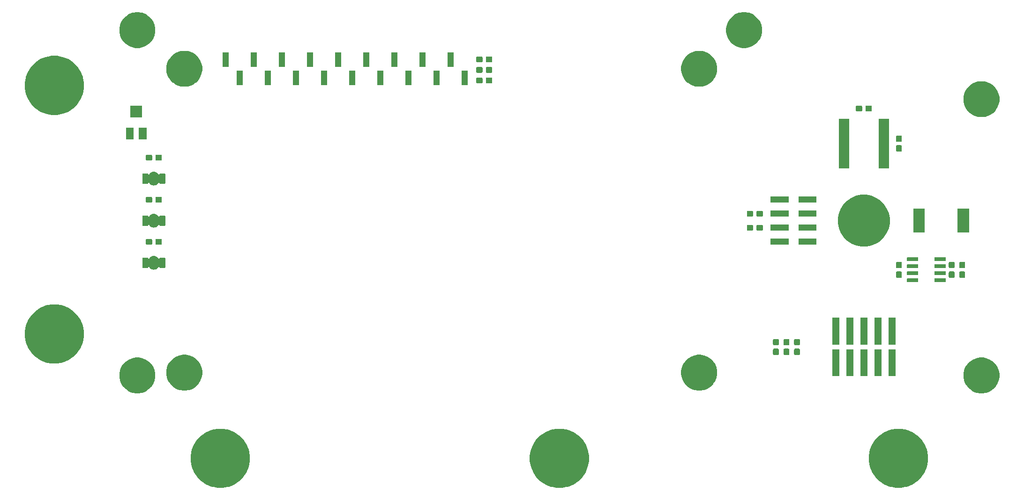
<source format=gbr>
G04 #@! TF.GenerationSoftware,KiCad,Pcbnew,(5.1.4)-1*
G04 #@! TF.CreationDate,2020-03-27T04:02:31-04:00*
G04 #@! TF.ProjectId,stepUP_lcd,73746570-5550-45f6-9c63-642e6b696361,rev?*
G04 #@! TF.SameCoordinates,Original*
G04 #@! TF.FileFunction,Soldermask,Bot*
G04 #@! TF.FilePolarity,Negative*
%FSLAX46Y46*%
G04 Gerber Fmt 4.6, Leading zero omitted, Abs format (unit mm)*
G04 Created by KiCad (PCBNEW (5.1.4)-1) date 2020-03-27 04:02:31*
%MOMM*%
%LPD*%
G04 APERTURE LIST*
%ADD10C,0.100000*%
G04 APERTURE END LIST*
D10*
G36*
X84966228Y-112786091D02*
G01*
X85310829Y-112854636D01*
X86284649Y-113258005D01*
X87161064Y-113843607D01*
X87906393Y-114588936D01*
X88491995Y-115465351D01*
X88895364Y-116439171D01*
X89101000Y-117472973D01*
X89101000Y-118527027D01*
X88895364Y-119560829D01*
X88491995Y-120534649D01*
X87906393Y-121411064D01*
X87161064Y-122156393D01*
X86284649Y-122741995D01*
X85310829Y-123145364D01*
X84966228Y-123213909D01*
X84277029Y-123351000D01*
X83222971Y-123351000D01*
X82533772Y-123213909D01*
X82189171Y-123145364D01*
X81215351Y-122741995D01*
X80338936Y-122156393D01*
X79593607Y-121411064D01*
X79008005Y-120534649D01*
X78604636Y-119560829D01*
X78399000Y-118527027D01*
X78399000Y-117472973D01*
X78604636Y-116439171D01*
X79008005Y-115465351D01*
X79593607Y-114588936D01*
X80338936Y-113843607D01*
X81215351Y-113258005D01*
X82189171Y-112854636D01*
X82533772Y-112786091D01*
X83222971Y-112649000D01*
X84277029Y-112649000D01*
X84966228Y-112786091D01*
X84966228Y-112786091D01*
G37*
G36*
X146216228Y-112786091D02*
G01*
X146560829Y-112854636D01*
X147534649Y-113258005D01*
X148411064Y-113843607D01*
X149156393Y-114588936D01*
X149741995Y-115465351D01*
X150145364Y-116439171D01*
X150351000Y-117472973D01*
X150351000Y-118527027D01*
X150145364Y-119560829D01*
X149741995Y-120534649D01*
X149156393Y-121411064D01*
X148411064Y-122156393D01*
X147534649Y-122741995D01*
X146560829Y-123145364D01*
X146216228Y-123213909D01*
X145527029Y-123351000D01*
X144472971Y-123351000D01*
X143783772Y-123213909D01*
X143439171Y-123145364D01*
X142465351Y-122741995D01*
X141588936Y-122156393D01*
X140843607Y-121411064D01*
X140258005Y-120534649D01*
X139854636Y-119560829D01*
X139649000Y-118527027D01*
X139649000Y-117472973D01*
X139854636Y-116439171D01*
X140258005Y-115465351D01*
X140843607Y-114588936D01*
X141588936Y-113843607D01*
X142465351Y-113258005D01*
X143439171Y-112854636D01*
X143783772Y-112786091D01*
X144472971Y-112649000D01*
X145527029Y-112649000D01*
X146216228Y-112786091D01*
X146216228Y-112786091D01*
G37*
G36*
X207466228Y-112786091D02*
G01*
X207810829Y-112854636D01*
X208784649Y-113258005D01*
X209661064Y-113843607D01*
X210406393Y-114588936D01*
X210991995Y-115465351D01*
X211395364Y-116439171D01*
X211601000Y-117472973D01*
X211601000Y-118527027D01*
X211395364Y-119560829D01*
X210991995Y-120534649D01*
X210406393Y-121411064D01*
X209661064Y-122156393D01*
X208784649Y-122741995D01*
X207810829Y-123145364D01*
X207466228Y-123213909D01*
X206777029Y-123351000D01*
X205722971Y-123351000D01*
X205033772Y-123213909D01*
X204689171Y-123145364D01*
X203715351Y-122741995D01*
X202838936Y-122156393D01*
X202093607Y-121411064D01*
X201508005Y-120534649D01*
X201104636Y-119560829D01*
X200899000Y-118527027D01*
X200899000Y-117472973D01*
X201104636Y-116439171D01*
X201508005Y-115465351D01*
X202093607Y-114588936D01*
X202838936Y-113843607D01*
X203715351Y-113258005D01*
X204689171Y-112854636D01*
X205033772Y-112786091D01*
X205722971Y-112649000D01*
X206777029Y-112649000D01*
X207466228Y-112786091D01*
X207466228Y-112786091D01*
G37*
G36*
X221884239Y-99811467D02*
G01*
X222198282Y-99873934D01*
X222789926Y-100119001D01*
X223216477Y-100404014D01*
X223322391Y-100474783D01*
X223775217Y-100927609D01*
X223845986Y-101033523D01*
X224130999Y-101460074D01*
X224376066Y-102051718D01*
X224501000Y-102679804D01*
X224501000Y-103320196D01*
X224376066Y-103948282D01*
X224130999Y-104539926D01*
X223845986Y-104966477D01*
X223806738Y-105025217D01*
X223775216Y-105072392D01*
X223322392Y-105525216D01*
X222789926Y-105880999D01*
X222198282Y-106126066D01*
X221884239Y-106188533D01*
X221570197Y-106251000D01*
X220929803Y-106251000D01*
X220615761Y-106188533D01*
X220301718Y-106126066D01*
X219710074Y-105880999D01*
X219177608Y-105525216D01*
X218724784Y-105072392D01*
X218693263Y-105025217D01*
X218654014Y-104966477D01*
X218369001Y-104539926D01*
X218123934Y-103948282D01*
X217999000Y-103320196D01*
X217999000Y-102679804D01*
X218123934Y-102051718D01*
X218369001Y-101460074D01*
X218654014Y-101033523D01*
X218724783Y-100927609D01*
X219177609Y-100474783D01*
X219283523Y-100404014D01*
X219710074Y-100119001D01*
X220301718Y-99873934D01*
X220615761Y-99811467D01*
X220929803Y-99749000D01*
X221570197Y-99749000D01*
X221884239Y-99811467D01*
X221884239Y-99811467D01*
G37*
G36*
X69384239Y-99811467D02*
G01*
X69698282Y-99873934D01*
X70289926Y-100119001D01*
X70716477Y-100404014D01*
X70822391Y-100474783D01*
X71275217Y-100927609D01*
X71345986Y-101033523D01*
X71630999Y-101460074D01*
X71876066Y-102051718D01*
X72001000Y-102679804D01*
X72001000Y-103320196D01*
X71876066Y-103948282D01*
X71630999Y-104539926D01*
X71345986Y-104966477D01*
X71306738Y-105025217D01*
X71275216Y-105072392D01*
X70822392Y-105525216D01*
X70289926Y-105880999D01*
X69698282Y-106126066D01*
X69384239Y-106188533D01*
X69070197Y-106251000D01*
X68429803Y-106251000D01*
X68115761Y-106188533D01*
X67801718Y-106126066D01*
X67210074Y-105880999D01*
X66677608Y-105525216D01*
X66224784Y-105072392D01*
X66193263Y-105025217D01*
X66154014Y-104966477D01*
X65869001Y-104539926D01*
X65623934Y-103948282D01*
X65499000Y-103320196D01*
X65499000Y-102679804D01*
X65623934Y-102051718D01*
X65869001Y-101460074D01*
X66154014Y-101033523D01*
X66224783Y-100927609D01*
X66677609Y-100474783D01*
X66783523Y-100404014D01*
X67210074Y-100119001D01*
X67801718Y-99873934D01*
X68115761Y-99811467D01*
X68429803Y-99749000D01*
X69070197Y-99749000D01*
X69384239Y-99811467D01*
X69384239Y-99811467D01*
G37*
G36*
X77709494Y-99276708D02*
G01*
X78198282Y-99373934D01*
X78789926Y-99619001D01*
X79216477Y-99904014D01*
X79322391Y-99974783D01*
X79775217Y-100427609D01*
X79806738Y-100474784D01*
X80130999Y-100960074D01*
X80376066Y-101551718D01*
X80501000Y-102179804D01*
X80501000Y-102820196D01*
X80376066Y-103448282D01*
X80130999Y-104039926D01*
X79845986Y-104466477D01*
X79796911Y-104539924D01*
X79775216Y-104572392D01*
X79322392Y-105025216D01*
X78789926Y-105380999D01*
X78198282Y-105626066D01*
X77884239Y-105688533D01*
X77570197Y-105751000D01*
X76929803Y-105751000D01*
X76615761Y-105688533D01*
X76301718Y-105626066D01*
X75710074Y-105380999D01*
X75177608Y-105025216D01*
X74724784Y-104572392D01*
X74703090Y-104539924D01*
X74654014Y-104466477D01*
X74369001Y-104039926D01*
X74123934Y-103448282D01*
X73999000Y-102820196D01*
X73999000Y-102179804D01*
X74123934Y-101551718D01*
X74369001Y-100960074D01*
X74693262Y-100474784D01*
X74724783Y-100427609D01*
X75177609Y-99974783D01*
X75283523Y-99904014D01*
X75710074Y-99619001D01*
X76301718Y-99373934D01*
X76790506Y-99276708D01*
X76929803Y-99249000D01*
X77570197Y-99249000D01*
X77709494Y-99276708D01*
X77709494Y-99276708D01*
G37*
G36*
X170709494Y-99276708D02*
G01*
X171198282Y-99373934D01*
X171789926Y-99619001D01*
X172216477Y-99904014D01*
X172322391Y-99974783D01*
X172775217Y-100427609D01*
X172806738Y-100474784D01*
X173130999Y-100960074D01*
X173376066Y-101551718D01*
X173501000Y-102179804D01*
X173501000Y-102820196D01*
X173376066Y-103448282D01*
X173130999Y-104039926D01*
X172845986Y-104466477D01*
X172796911Y-104539924D01*
X172775216Y-104572392D01*
X172322392Y-105025216D01*
X171789926Y-105380999D01*
X171198282Y-105626066D01*
X170884239Y-105688533D01*
X170570197Y-105751000D01*
X169929803Y-105751000D01*
X169615761Y-105688533D01*
X169301718Y-105626066D01*
X168710074Y-105380999D01*
X168177608Y-105025216D01*
X167724784Y-104572392D01*
X167703090Y-104539924D01*
X167654014Y-104466477D01*
X167369001Y-104039926D01*
X167123934Y-103448282D01*
X166999000Y-102820196D01*
X166999000Y-102179804D01*
X167123934Y-101551718D01*
X167369001Y-100960074D01*
X167693262Y-100474784D01*
X167724783Y-100427609D01*
X168177609Y-99974783D01*
X168283523Y-99904014D01*
X168710074Y-99619001D01*
X169301718Y-99373934D01*
X169790506Y-99276708D01*
X169929803Y-99249000D01*
X170570197Y-99249000D01*
X170709494Y-99276708D01*
X170709494Y-99276708D01*
G37*
G36*
X205731000Y-103161000D02*
G01*
X204429000Y-103161000D01*
X204429000Y-98309000D01*
X205731000Y-98309000D01*
X205731000Y-103161000D01*
X205731000Y-103161000D01*
G37*
G36*
X198111000Y-103161000D02*
G01*
X196809000Y-103161000D01*
X196809000Y-98309000D01*
X198111000Y-98309000D01*
X198111000Y-103161000D01*
X198111000Y-103161000D01*
G37*
G36*
X195571000Y-103161000D02*
G01*
X194269000Y-103161000D01*
X194269000Y-98309000D01*
X195571000Y-98309000D01*
X195571000Y-103161000D01*
X195571000Y-103161000D01*
G37*
G36*
X203191000Y-103161000D02*
G01*
X201889000Y-103161000D01*
X201889000Y-98309000D01*
X203191000Y-98309000D01*
X203191000Y-103161000D01*
X203191000Y-103161000D01*
G37*
G36*
X200651000Y-103161000D02*
G01*
X199349000Y-103161000D01*
X199349000Y-98309000D01*
X200651000Y-98309000D01*
X200651000Y-103161000D01*
X200651000Y-103161000D01*
G37*
G36*
X54966228Y-90286091D02*
G01*
X55310829Y-90354636D01*
X56284649Y-90758005D01*
X57161064Y-91343607D01*
X57906393Y-92088936D01*
X58491995Y-92965351D01*
X58895364Y-93939171D01*
X58895364Y-93939172D01*
X59101000Y-94972971D01*
X59101000Y-96027029D01*
X59007229Y-96498446D01*
X58895364Y-97060829D01*
X58491995Y-98034649D01*
X57906393Y-98911064D01*
X57161064Y-99656393D01*
X56284649Y-100241995D01*
X55310829Y-100645364D01*
X54966228Y-100713909D01*
X54277029Y-100851000D01*
X53222971Y-100851000D01*
X52533772Y-100713909D01*
X52189171Y-100645364D01*
X51215351Y-100241995D01*
X50338936Y-99656393D01*
X49593607Y-98911064D01*
X49008005Y-98034649D01*
X48604636Y-97060829D01*
X48492771Y-96498446D01*
X48399000Y-96027029D01*
X48399000Y-94972971D01*
X48604636Y-93939172D01*
X48604636Y-93939171D01*
X49008005Y-92965351D01*
X49593607Y-92088936D01*
X50338936Y-91343607D01*
X51215351Y-90758005D01*
X52189171Y-90354636D01*
X52533772Y-90286091D01*
X53222971Y-90149000D01*
X54277029Y-90149000D01*
X54966228Y-90286091D01*
X54966228Y-90286091D01*
G37*
G36*
X186394499Y-98163445D02*
G01*
X186431995Y-98174820D01*
X186466554Y-98193292D01*
X186496847Y-98218153D01*
X186521708Y-98248446D01*
X186540180Y-98283005D01*
X186551555Y-98320501D01*
X186556000Y-98365638D01*
X186556000Y-99104362D01*
X186551555Y-99149499D01*
X186540180Y-99186995D01*
X186521708Y-99221554D01*
X186496847Y-99251847D01*
X186466554Y-99276708D01*
X186431995Y-99295180D01*
X186394499Y-99306555D01*
X186349362Y-99311000D01*
X185710638Y-99311000D01*
X185665501Y-99306555D01*
X185628005Y-99295180D01*
X185593446Y-99276708D01*
X185563153Y-99251847D01*
X185538292Y-99221554D01*
X185519820Y-99186995D01*
X185508445Y-99149499D01*
X185504000Y-99104362D01*
X185504000Y-98365638D01*
X185508445Y-98320501D01*
X185519820Y-98283005D01*
X185538292Y-98248446D01*
X185563153Y-98218153D01*
X185593446Y-98193292D01*
X185628005Y-98174820D01*
X185665501Y-98163445D01*
X185710638Y-98159000D01*
X186349362Y-98159000D01*
X186394499Y-98163445D01*
X186394499Y-98163445D01*
G37*
G36*
X188299499Y-98163445D02*
G01*
X188336995Y-98174820D01*
X188371554Y-98193292D01*
X188401847Y-98218153D01*
X188426708Y-98248446D01*
X188445180Y-98283005D01*
X188456555Y-98320501D01*
X188461000Y-98365638D01*
X188461000Y-99104362D01*
X188456555Y-99149499D01*
X188445180Y-99186995D01*
X188426708Y-99221554D01*
X188401847Y-99251847D01*
X188371554Y-99276708D01*
X188336995Y-99295180D01*
X188299499Y-99306555D01*
X188254362Y-99311000D01*
X187615638Y-99311000D01*
X187570501Y-99306555D01*
X187533005Y-99295180D01*
X187498446Y-99276708D01*
X187468153Y-99251847D01*
X187443292Y-99221554D01*
X187424820Y-99186995D01*
X187413445Y-99149499D01*
X187409000Y-99104362D01*
X187409000Y-98365638D01*
X187413445Y-98320501D01*
X187424820Y-98283005D01*
X187443292Y-98248446D01*
X187468153Y-98218153D01*
X187498446Y-98193292D01*
X187533005Y-98174820D01*
X187570501Y-98163445D01*
X187615638Y-98159000D01*
X188254362Y-98159000D01*
X188299499Y-98163445D01*
X188299499Y-98163445D01*
G37*
G36*
X184489499Y-98163445D02*
G01*
X184526995Y-98174820D01*
X184561554Y-98193292D01*
X184591847Y-98218153D01*
X184616708Y-98248446D01*
X184635180Y-98283005D01*
X184646555Y-98320501D01*
X184651000Y-98365638D01*
X184651000Y-99104362D01*
X184646555Y-99149499D01*
X184635180Y-99186995D01*
X184616708Y-99221554D01*
X184591847Y-99251847D01*
X184561554Y-99276708D01*
X184526995Y-99295180D01*
X184489499Y-99306555D01*
X184444362Y-99311000D01*
X183805638Y-99311000D01*
X183760501Y-99306555D01*
X183723005Y-99295180D01*
X183688446Y-99276708D01*
X183658153Y-99251847D01*
X183633292Y-99221554D01*
X183614820Y-99186995D01*
X183603445Y-99149499D01*
X183599000Y-99104362D01*
X183599000Y-98365638D01*
X183603445Y-98320501D01*
X183614820Y-98283005D01*
X183633292Y-98248446D01*
X183658153Y-98218153D01*
X183688446Y-98193292D01*
X183723005Y-98174820D01*
X183760501Y-98163445D01*
X183805638Y-98159000D01*
X184444362Y-98159000D01*
X184489499Y-98163445D01*
X184489499Y-98163445D01*
G37*
G36*
X186394499Y-96413445D02*
G01*
X186431995Y-96424820D01*
X186466554Y-96443292D01*
X186496847Y-96468153D01*
X186521708Y-96498446D01*
X186540180Y-96533005D01*
X186551555Y-96570501D01*
X186556000Y-96615638D01*
X186556000Y-97354362D01*
X186551555Y-97399499D01*
X186540180Y-97436995D01*
X186521708Y-97471554D01*
X186496847Y-97501847D01*
X186466554Y-97526708D01*
X186431995Y-97545180D01*
X186394499Y-97556555D01*
X186349362Y-97561000D01*
X185710638Y-97561000D01*
X185665501Y-97556555D01*
X185628005Y-97545180D01*
X185593446Y-97526708D01*
X185563153Y-97501847D01*
X185538292Y-97471554D01*
X185519820Y-97436995D01*
X185508445Y-97399499D01*
X185504000Y-97354362D01*
X185504000Y-96615638D01*
X185508445Y-96570501D01*
X185519820Y-96533005D01*
X185538292Y-96498446D01*
X185563153Y-96468153D01*
X185593446Y-96443292D01*
X185628005Y-96424820D01*
X185665501Y-96413445D01*
X185710638Y-96409000D01*
X186349362Y-96409000D01*
X186394499Y-96413445D01*
X186394499Y-96413445D01*
G37*
G36*
X188299499Y-96413445D02*
G01*
X188336995Y-96424820D01*
X188371554Y-96443292D01*
X188401847Y-96468153D01*
X188426708Y-96498446D01*
X188445180Y-96533005D01*
X188456555Y-96570501D01*
X188461000Y-96615638D01*
X188461000Y-97354362D01*
X188456555Y-97399499D01*
X188445180Y-97436995D01*
X188426708Y-97471554D01*
X188401847Y-97501847D01*
X188371554Y-97526708D01*
X188336995Y-97545180D01*
X188299499Y-97556555D01*
X188254362Y-97561000D01*
X187615638Y-97561000D01*
X187570501Y-97556555D01*
X187533005Y-97545180D01*
X187498446Y-97526708D01*
X187468153Y-97501847D01*
X187443292Y-97471554D01*
X187424820Y-97436995D01*
X187413445Y-97399499D01*
X187409000Y-97354362D01*
X187409000Y-96615638D01*
X187413445Y-96570501D01*
X187424820Y-96533005D01*
X187443292Y-96498446D01*
X187468153Y-96468153D01*
X187498446Y-96443292D01*
X187533005Y-96424820D01*
X187570501Y-96413445D01*
X187615638Y-96409000D01*
X188254362Y-96409000D01*
X188299499Y-96413445D01*
X188299499Y-96413445D01*
G37*
G36*
X184489499Y-96413445D02*
G01*
X184526995Y-96424820D01*
X184561554Y-96443292D01*
X184591847Y-96468153D01*
X184616708Y-96498446D01*
X184635180Y-96533005D01*
X184646555Y-96570501D01*
X184651000Y-96615638D01*
X184651000Y-97354362D01*
X184646555Y-97399499D01*
X184635180Y-97436995D01*
X184616708Y-97471554D01*
X184591847Y-97501847D01*
X184561554Y-97526708D01*
X184526995Y-97545180D01*
X184489499Y-97556555D01*
X184444362Y-97561000D01*
X183805638Y-97561000D01*
X183760501Y-97556555D01*
X183723005Y-97545180D01*
X183688446Y-97526708D01*
X183658153Y-97501847D01*
X183633292Y-97471554D01*
X183614820Y-97436995D01*
X183603445Y-97399499D01*
X183599000Y-97354362D01*
X183599000Y-96615638D01*
X183603445Y-96570501D01*
X183614820Y-96533005D01*
X183633292Y-96498446D01*
X183658153Y-96468153D01*
X183688446Y-96443292D01*
X183723005Y-96424820D01*
X183760501Y-96413445D01*
X183805638Y-96409000D01*
X184444362Y-96409000D01*
X184489499Y-96413445D01*
X184489499Y-96413445D01*
G37*
G36*
X205731000Y-97411000D02*
G01*
X204429000Y-97411000D01*
X204429000Y-92559000D01*
X205731000Y-92559000D01*
X205731000Y-97411000D01*
X205731000Y-97411000D01*
G37*
G36*
X203191000Y-97411000D02*
G01*
X201889000Y-97411000D01*
X201889000Y-92559000D01*
X203191000Y-92559000D01*
X203191000Y-97411000D01*
X203191000Y-97411000D01*
G37*
G36*
X200651000Y-97411000D02*
G01*
X199349000Y-97411000D01*
X199349000Y-92559000D01*
X200651000Y-92559000D01*
X200651000Y-97411000D01*
X200651000Y-97411000D01*
G37*
G36*
X198111000Y-97411000D02*
G01*
X196809000Y-97411000D01*
X196809000Y-92559000D01*
X198111000Y-92559000D01*
X198111000Y-97411000D01*
X198111000Y-97411000D01*
G37*
G36*
X195571000Y-97411000D02*
G01*
X194269000Y-97411000D01*
X194269000Y-92559000D01*
X195571000Y-92559000D01*
X195571000Y-97411000D01*
X195571000Y-97411000D01*
G37*
G36*
X214702928Y-85422764D02*
G01*
X214724009Y-85429160D01*
X214743445Y-85439548D01*
X214760476Y-85453524D01*
X214774452Y-85470555D01*
X214784840Y-85489991D01*
X214791236Y-85511072D01*
X214794000Y-85539140D01*
X214794000Y-86002860D01*
X214791236Y-86030928D01*
X214784840Y-86052009D01*
X214774452Y-86071445D01*
X214760476Y-86088476D01*
X214743445Y-86102452D01*
X214724009Y-86112840D01*
X214702928Y-86119236D01*
X214674860Y-86122000D01*
X212861140Y-86122000D01*
X212833072Y-86119236D01*
X212811991Y-86112840D01*
X212792555Y-86102452D01*
X212775524Y-86088476D01*
X212761548Y-86071445D01*
X212751160Y-86052009D01*
X212744764Y-86030928D01*
X212742000Y-86002860D01*
X212742000Y-85539140D01*
X212744764Y-85511072D01*
X212751160Y-85489991D01*
X212761548Y-85470555D01*
X212775524Y-85453524D01*
X212792555Y-85439548D01*
X212811991Y-85429160D01*
X212833072Y-85422764D01*
X212861140Y-85420000D01*
X214674860Y-85420000D01*
X214702928Y-85422764D01*
X214702928Y-85422764D01*
G37*
G36*
X209752928Y-85422764D02*
G01*
X209774009Y-85429160D01*
X209793445Y-85439548D01*
X209810476Y-85453524D01*
X209824452Y-85470555D01*
X209834840Y-85489991D01*
X209841236Y-85511072D01*
X209844000Y-85539140D01*
X209844000Y-86002860D01*
X209841236Y-86030928D01*
X209834840Y-86052009D01*
X209824452Y-86071445D01*
X209810476Y-86088476D01*
X209793445Y-86102452D01*
X209774009Y-86112840D01*
X209752928Y-86119236D01*
X209724860Y-86122000D01*
X207911140Y-86122000D01*
X207883072Y-86119236D01*
X207861991Y-86112840D01*
X207842555Y-86102452D01*
X207825524Y-86088476D01*
X207811548Y-86071445D01*
X207801160Y-86052009D01*
X207794764Y-86030928D01*
X207792000Y-86002860D01*
X207792000Y-85539140D01*
X207794764Y-85511072D01*
X207801160Y-85489991D01*
X207811548Y-85470555D01*
X207825524Y-85453524D01*
X207842555Y-85439548D01*
X207861991Y-85429160D01*
X207883072Y-85422764D01*
X207911140Y-85420000D01*
X209724860Y-85420000D01*
X209752928Y-85422764D01*
X209752928Y-85422764D01*
G37*
G36*
X216239499Y-84193445D02*
G01*
X216276995Y-84204820D01*
X216311554Y-84223292D01*
X216341847Y-84248153D01*
X216366708Y-84278446D01*
X216385180Y-84313005D01*
X216396555Y-84350501D01*
X216401000Y-84395638D01*
X216401000Y-85134362D01*
X216396555Y-85179499D01*
X216385180Y-85216995D01*
X216366708Y-85251554D01*
X216341847Y-85281847D01*
X216311554Y-85306708D01*
X216276995Y-85325180D01*
X216239499Y-85336555D01*
X216194362Y-85341000D01*
X215555638Y-85341000D01*
X215510501Y-85336555D01*
X215473005Y-85325180D01*
X215438446Y-85306708D01*
X215408153Y-85281847D01*
X215383292Y-85251554D01*
X215364820Y-85216995D01*
X215353445Y-85179499D01*
X215349000Y-85134362D01*
X215349000Y-84395638D01*
X215353445Y-84350501D01*
X215364820Y-84313005D01*
X215383292Y-84278446D01*
X215408153Y-84248153D01*
X215438446Y-84223292D01*
X215473005Y-84204820D01*
X215510501Y-84193445D01*
X215555638Y-84189000D01*
X216194362Y-84189000D01*
X216239499Y-84193445D01*
X216239499Y-84193445D01*
G37*
G36*
X206714499Y-84193445D02*
G01*
X206751995Y-84204820D01*
X206786554Y-84223292D01*
X206816847Y-84248153D01*
X206841708Y-84278446D01*
X206860180Y-84313005D01*
X206871555Y-84350501D01*
X206876000Y-84395638D01*
X206876000Y-85134362D01*
X206871555Y-85179499D01*
X206860180Y-85216995D01*
X206841708Y-85251554D01*
X206816847Y-85281847D01*
X206786554Y-85306708D01*
X206751995Y-85325180D01*
X206714499Y-85336555D01*
X206669362Y-85341000D01*
X206030638Y-85341000D01*
X205985501Y-85336555D01*
X205948005Y-85325180D01*
X205913446Y-85306708D01*
X205883153Y-85281847D01*
X205858292Y-85251554D01*
X205839820Y-85216995D01*
X205828445Y-85179499D01*
X205824000Y-85134362D01*
X205824000Y-84395638D01*
X205828445Y-84350501D01*
X205839820Y-84313005D01*
X205858292Y-84278446D01*
X205883153Y-84248153D01*
X205913446Y-84223292D01*
X205948005Y-84204820D01*
X205985501Y-84193445D01*
X206030638Y-84189000D01*
X206669362Y-84189000D01*
X206714499Y-84193445D01*
X206714499Y-84193445D01*
G37*
G36*
X218144499Y-84193445D02*
G01*
X218181995Y-84204820D01*
X218216554Y-84223292D01*
X218246847Y-84248153D01*
X218271708Y-84278446D01*
X218290180Y-84313005D01*
X218301555Y-84350501D01*
X218306000Y-84395638D01*
X218306000Y-85134362D01*
X218301555Y-85179499D01*
X218290180Y-85216995D01*
X218271708Y-85251554D01*
X218246847Y-85281847D01*
X218216554Y-85306708D01*
X218181995Y-85325180D01*
X218144499Y-85336555D01*
X218099362Y-85341000D01*
X217460638Y-85341000D01*
X217415501Y-85336555D01*
X217378005Y-85325180D01*
X217343446Y-85306708D01*
X217313153Y-85281847D01*
X217288292Y-85251554D01*
X217269820Y-85216995D01*
X217258445Y-85179499D01*
X217254000Y-85134362D01*
X217254000Y-84395638D01*
X217258445Y-84350501D01*
X217269820Y-84313005D01*
X217288292Y-84278446D01*
X217313153Y-84248153D01*
X217343446Y-84223292D01*
X217378005Y-84204820D01*
X217415501Y-84193445D01*
X217460638Y-84189000D01*
X218099362Y-84189000D01*
X218144499Y-84193445D01*
X218144499Y-84193445D01*
G37*
G36*
X209752928Y-84152764D02*
G01*
X209774009Y-84159160D01*
X209793445Y-84169548D01*
X209810476Y-84183524D01*
X209824452Y-84200555D01*
X209834840Y-84219991D01*
X209841236Y-84241072D01*
X209844000Y-84269140D01*
X209844000Y-84732860D01*
X209841236Y-84760928D01*
X209834840Y-84782009D01*
X209824452Y-84801445D01*
X209810476Y-84818476D01*
X209793445Y-84832452D01*
X209774009Y-84842840D01*
X209752928Y-84849236D01*
X209724860Y-84852000D01*
X207911140Y-84852000D01*
X207883072Y-84849236D01*
X207861991Y-84842840D01*
X207842555Y-84832452D01*
X207825524Y-84818476D01*
X207811548Y-84801445D01*
X207801160Y-84782009D01*
X207794764Y-84760928D01*
X207792000Y-84732860D01*
X207792000Y-84269140D01*
X207794764Y-84241072D01*
X207801160Y-84219991D01*
X207811548Y-84200555D01*
X207825524Y-84183524D01*
X207842555Y-84169548D01*
X207861991Y-84159160D01*
X207883072Y-84152764D01*
X207911140Y-84150000D01*
X209724860Y-84150000D01*
X209752928Y-84152764D01*
X209752928Y-84152764D01*
G37*
G36*
X214702928Y-84152764D02*
G01*
X214724009Y-84159160D01*
X214743445Y-84169548D01*
X214760476Y-84183524D01*
X214774452Y-84200555D01*
X214784840Y-84219991D01*
X214791236Y-84241072D01*
X214794000Y-84269140D01*
X214794000Y-84732860D01*
X214791236Y-84760928D01*
X214784840Y-84782009D01*
X214774452Y-84801445D01*
X214760476Y-84818476D01*
X214743445Y-84832452D01*
X214724009Y-84842840D01*
X214702928Y-84849236D01*
X214674860Y-84852000D01*
X212861140Y-84852000D01*
X212833072Y-84849236D01*
X212811991Y-84842840D01*
X212792555Y-84832452D01*
X212775524Y-84818476D01*
X212761548Y-84801445D01*
X212751160Y-84782009D01*
X212744764Y-84760928D01*
X212742000Y-84732860D01*
X212742000Y-84269140D01*
X212744764Y-84241072D01*
X212751160Y-84219991D01*
X212761548Y-84200555D01*
X212775524Y-84183524D01*
X212792555Y-84169548D01*
X212811991Y-84159160D01*
X212833072Y-84152764D01*
X212861140Y-84150000D01*
X214674860Y-84150000D01*
X214702928Y-84152764D01*
X214702928Y-84152764D01*
G37*
G36*
X71916424Y-81382760D02*
G01*
X71916427Y-81382761D01*
X71916428Y-81382761D01*
X72095692Y-81437140D01*
X72095695Y-81437142D01*
X72095696Y-81437142D01*
X72260903Y-81525446D01*
X72405712Y-81644288D01*
X72524552Y-81789095D01*
X72533421Y-81805688D01*
X72547035Y-81826063D01*
X72564362Y-81843390D01*
X72584736Y-81857004D01*
X72607375Y-81866381D01*
X72631408Y-81871162D01*
X72655912Y-81871162D01*
X72679945Y-81866382D01*
X72702584Y-81857005D01*
X72722959Y-81843391D01*
X72740286Y-81826064D01*
X72753900Y-81805690D01*
X72763276Y-81783054D01*
X72764864Y-81777820D01*
X72777321Y-81754514D01*
X72794086Y-81734086D01*
X72814514Y-81717321D01*
X72837817Y-81704865D01*
X72863104Y-81697194D01*
X72895538Y-81694000D01*
X73664462Y-81694000D01*
X73696896Y-81697194D01*
X73722183Y-81704865D01*
X73745486Y-81717321D01*
X73765914Y-81734086D01*
X73782679Y-81754514D01*
X73795135Y-81777817D01*
X73802806Y-81803104D01*
X73806000Y-81835538D01*
X73806000Y-83404462D01*
X73802806Y-83436896D01*
X73795135Y-83462183D01*
X73782679Y-83485486D01*
X73765914Y-83505914D01*
X73745486Y-83522679D01*
X73722183Y-83535135D01*
X73696896Y-83542806D01*
X73664462Y-83546000D01*
X72895538Y-83546000D01*
X72863104Y-83542806D01*
X72837817Y-83535135D01*
X72814514Y-83522679D01*
X72794086Y-83505914D01*
X72777321Y-83485486D01*
X72764864Y-83462180D01*
X72763276Y-83456946D01*
X72753899Y-83434308D01*
X72740284Y-83413934D01*
X72722957Y-83396607D01*
X72702582Y-83382994D01*
X72679943Y-83373617D01*
X72655909Y-83368838D01*
X72631405Y-83368838D01*
X72607372Y-83373620D01*
X72584734Y-83382997D01*
X72564360Y-83396612D01*
X72547033Y-83413939D01*
X72533421Y-83434312D01*
X72524552Y-83450905D01*
X72405712Y-83595712D01*
X72260903Y-83714554D01*
X72095697Y-83802858D01*
X72095693Y-83802860D01*
X71916429Y-83857239D01*
X71916428Y-83857239D01*
X71916425Y-83857240D01*
X71730000Y-83875601D01*
X71543576Y-83857240D01*
X71543573Y-83857239D01*
X71543572Y-83857239D01*
X71364308Y-83802860D01*
X71364304Y-83802858D01*
X71199098Y-83714554D01*
X71054289Y-83595712D01*
X70935448Y-83450904D01*
X70926578Y-83434309D01*
X70912964Y-83413935D01*
X70895637Y-83396608D01*
X70875263Y-83382994D01*
X70852624Y-83373617D01*
X70828591Y-83368837D01*
X70804086Y-83368837D01*
X70780053Y-83373618D01*
X70757414Y-83382995D01*
X70737040Y-83396609D01*
X70719713Y-83413936D01*
X70706099Y-83434310D01*
X70696723Y-83456947D01*
X70695135Y-83462183D01*
X70682679Y-83485486D01*
X70665914Y-83505914D01*
X70645486Y-83522679D01*
X70622183Y-83535135D01*
X70596896Y-83542806D01*
X70564462Y-83546000D01*
X69795538Y-83546000D01*
X69763104Y-83542806D01*
X69737817Y-83535135D01*
X69714514Y-83522679D01*
X69694086Y-83505914D01*
X69677321Y-83485486D01*
X69664865Y-83462183D01*
X69657194Y-83436896D01*
X69654000Y-83404462D01*
X69654000Y-81835538D01*
X69657194Y-81803104D01*
X69664865Y-81777817D01*
X69677321Y-81754514D01*
X69694086Y-81734086D01*
X69714514Y-81717321D01*
X69737817Y-81704865D01*
X69763104Y-81697194D01*
X69795538Y-81694000D01*
X70564462Y-81694000D01*
X70596896Y-81697194D01*
X70622183Y-81704865D01*
X70645486Y-81717321D01*
X70665914Y-81734086D01*
X70682679Y-81754514D01*
X70695136Y-81777820D01*
X70696724Y-81783054D01*
X70706101Y-81805692D01*
X70719716Y-81826066D01*
X70737043Y-81843393D01*
X70757418Y-81857006D01*
X70780057Y-81866383D01*
X70804091Y-81871162D01*
X70828595Y-81871162D01*
X70852628Y-81866380D01*
X70875266Y-81857003D01*
X70895640Y-81843388D01*
X70912967Y-81826061D01*
X70926579Y-81805688D01*
X70935448Y-81789095D01*
X71054288Y-81644288D01*
X71199097Y-81525446D01*
X71364303Y-81437142D01*
X71364304Y-81437142D01*
X71364307Y-81437140D01*
X71543571Y-81382761D01*
X71543572Y-81382761D01*
X71543575Y-81382760D01*
X71730000Y-81364399D01*
X71916424Y-81382760D01*
X71916424Y-81382760D01*
G37*
G36*
X218144499Y-82443445D02*
G01*
X218181995Y-82454820D01*
X218216554Y-82473292D01*
X218246847Y-82498153D01*
X218271708Y-82528446D01*
X218290180Y-82563005D01*
X218301555Y-82600501D01*
X218306000Y-82645638D01*
X218306000Y-83384362D01*
X218301555Y-83429499D01*
X218290180Y-83466995D01*
X218271708Y-83501554D01*
X218246847Y-83531847D01*
X218216554Y-83556708D01*
X218181995Y-83575180D01*
X218144499Y-83586555D01*
X218099362Y-83591000D01*
X217460638Y-83591000D01*
X217415501Y-83586555D01*
X217378005Y-83575180D01*
X217343446Y-83556708D01*
X217313153Y-83531847D01*
X217288292Y-83501554D01*
X217269820Y-83466995D01*
X217258445Y-83429499D01*
X217254000Y-83384362D01*
X217254000Y-82645638D01*
X217258445Y-82600501D01*
X217269820Y-82563005D01*
X217288292Y-82528446D01*
X217313153Y-82498153D01*
X217343446Y-82473292D01*
X217378005Y-82454820D01*
X217415501Y-82443445D01*
X217460638Y-82439000D01*
X218099362Y-82439000D01*
X218144499Y-82443445D01*
X218144499Y-82443445D01*
G37*
G36*
X206714499Y-82443445D02*
G01*
X206751995Y-82454820D01*
X206786554Y-82473292D01*
X206816847Y-82498153D01*
X206841708Y-82528446D01*
X206860180Y-82563005D01*
X206871555Y-82600501D01*
X206876000Y-82645638D01*
X206876000Y-83384362D01*
X206871555Y-83429499D01*
X206860180Y-83466995D01*
X206841708Y-83501554D01*
X206816847Y-83531847D01*
X206786554Y-83556708D01*
X206751995Y-83575180D01*
X206714499Y-83586555D01*
X206669362Y-83591000D01*
X206030638Y-83591000D01*
X205985501Y-83586555D01*
X205948005Y-83575180D01*
X205913446Y-83556708D01*
X205883153Y-83531847D01*
X205858292Y-83501554D01*
X205839820Y-83466995D01*
X205828445Y-83429499D01*
X205824000Y-83384362D01*
X205824000Y-82645638D01*
X205828445Y-82600501D01*
X205839820Y-82563005D01*
X205858292Y-82528446D01*
X205883153Y-82498153D01*
X205913446Y-82473292D01*
X205948005Y-82454820D01*
X205985501Y-82443445D01*
X206030638Y-82439000D01*
X206669362Y-82439000D01*
X206714499Y-82443445D01*
X206714499Y-82443445D01*
G37*
G36*
X216239499Y-82443445D02*
G01*
X216276995Y-82454820D01*
X216311554Y-82473292D01*
X216341847Y-82498153D01*
X216366708Y-82528446D01*
X216385180Y-82563005D01*
X216396555Y-82600501D01*
X216401000Y-82645638D01*
X216401000Y-83384362D01*
X216396555Y-83429499D01*
X216385180Y-83466995D01*
X216366708Y-83501554D01*
X216341847Y-83531847D01*
X216311554Y-83556708D01*
X216276995Y-83575180D01*
X216239499Y-83586555D01*
X216194362Y-83591000D01*
X215555638Y-83591000D01*
X215510501Y-83586555D01*
X215473005Y-83575180D01*
X215438446Y-83556708D01*
X215408153Y-83531847D01*
X215383292Y-83501554D01*
X215364820Y-83466995D01*
X215353445Y-83429499D01*
X215349000Y-83384362D01*
X215349000Y-82645638D01*
X215353445Y-82600501D01*
X215364820Y-82563005D01*
X215383292Y-82528446D01*
X215408153Y-82498153D01*
X215438446Y-82473292D01*
X215473005Y-82454820D01*
X215510501Y-82443445D01*
X215555638Y-82439000D01*
X216194362Y-82439000D01*
X216239499Y-82443445D01*
X216239499Y-82443445D01*
G37*
G36*
X214702928Y-82882764D02*
G01*
X214724009Y-82889160D01*
X214743445Y-82899548D01*
X214760476Y-82913524D01*
X214774452Y-82930555D01*
X214784840Y-82949991D01*
X214791236Y-82971072D01*
X214794000Y-82999140D01*
X214794000Y-83462860D01*
X214791236Y-83490928D01*
X214784840Y-83512009D01*
X214774452Y-83531445D01*
X214760476Y-83548476D01*
X214743445Y-83562452D01*
X214724009Y-83572840D01*
X214702928Y-83579236D01*
X214674860Y-83582000D01*
X212861140Y-83582000D01*
X212833072Y-83579236D01*
X212811991Y-83572840D01*
X212792555Y-83562452D01*
X212775524Y-83548476D01*
X212761548Y-83531445D01*
X212751160Y-83512009D01*
X212744764Y-83490928D01*
X212742000Y-83462860D01*
X212742000Y-82999140D01*
X212744764Y-82971072D01*
X212751160Y-82949991D01*
X212761548Y-82930555D01*
X212775524Y-82913524D01*
X212792555Y-82899548D01*
X212811991Y-82889160D01*
X212833072Y-82882764D01*
X212861140Y-82880000D01*
X214674860Y-82880000D01*
X214702928Y-82882764D01*
X214702928Y-82882764D01*
G37*
G36*
X209752928Y-82882764D02*
G01*
X209774009Y-82889160D01*
X209793445Y-82899548D01*
X209810476Y-82913524D01*
X209824452Y-82930555D01*
X209834840Y-82949991D01*
X209841236Y-82971072D01*
X209844000Y-82999140D01*
X209844000Y-83462860D01*
X209841236Y-83490928D01*
X209834840Y-83512009D01*
X209824452Y-83531445D01*
X209810476Y-83548476D01*
X209793445Y-83562452D01*
X209774009Y-83572840D01*
X209752928Y-83579236D01*
X209724860Y-83582000D01*
X207911140Y-83582000D01*
X207883072Y-83579236D01*
X207861991Y-83572840D01*
X207842555Y-83562452D01*
X207825524Y-83548476D01*
X207811548Y-83531445D01*
X207801160Y-83512009D01*
X207794764Y-83490928D01*
X207792000Y-83462860D01*
X207792000Y-82999140D01*
X207794764Y-82971072D01*
X207801160Y-82949991D01*
X207811548Y-82930555D01*
X207825524Y-82913524D01*
X207842555Y-82899548D01*
X207861991Y-82889160D01*
X207883072Y-82882764D01*
X207911140Y-82880000D01*
X209724860Y-82880000D01*
X209752928Y-82882764D01*
X209752928Y-82882764D01*
G37*
G36*
X214702928Y-81612764D02*
G01*
X214724009Y-81619160D01*
X214743445Y-81629548D01*
X214760476Y-81643524D01*
X214774452Y-81660555D01*
X214784840Y-81679991D01*
X214791236Y-81701072D01*
X214794000Y-81729140D01*
X214794000Y-82192860D01*
X214791236Y-82220928D01*
X214784840Y-82242009D01*
X214774452Y-82261445D01*
X214760476Y-82278476D01*
X214743445Y-82292452D01*
X214724009Y-82302840D01*
X214702928Y-82309236D01*
X214674860Y-82312000D01*
X212861140Y-82312000D01*
X212833072Y-82309236D01*
X212811991Y-82302840D01*
X212792555Y-82292452D01*
X212775524Y-82278476D01*
X212761548Y-82261445D01*
X212751160Y-82242009D01*
X212744764Y-82220928D01*
X212742000Y-82192860D01*
X212742000Y-81729140D01*
X212744764Y-81701072D01*
X212751160Y-81679991D01*
X212761548Y-81660555D01*
X212775524Y-81643524D01*
X212792555Y-81629548D01*
X212811991Y-81619160D01*
X212833072Y-81612764D01*
X212861140Y-81610000D01*
X214674860Y-81610000D01*
X214702928Y-81612764D01*
X214702928Y-81612764D01*
G37*
G36*
X209752928Y-81612764D02*
G01*
X209774009Y-81619160D01*
X209793445Y-81629548D01*
X209810476Y-81643524D01*
X209824452Y-81660555D01*
X209834840Y-81679991D01*
X209841236Y-81701072D01*
X209844000Y-81729140D01*
X209844000Y-82192860D01*
X209841236Y-82220928D01*
X209834840Y-82242009D01*
X209824452Y-82261445D01*
X209810476Y-82278476D01*
X209793445Y-82292452D01*
X209774009Y-82302840D01*
X209752928Y-82309236D01*
X209724860Y-82312000D01*
X207911140Y-82312000D01*
X207883072Y-82309236D01*
X207861991Y-82302840D01*
X207842555Y-82292452D01*
X207825524Y-82278476D01*
X207811548Y-82261445D01*
X207801160Y-82242009D01*
X207794764Y-82220928D01*
X207792000Y-82192860D01*
X207792000Y-81729140D01*
X207794764Y-81701072D01*
X207801160Y-81679991D01*
X207811548Y-81660555D01*
X207825524Y-81643524D01*
X207842555Y-81629548D01*
X207861991Y-81619160D01*
X207883072Y-81612764D01*
X207911140Y-81610000D01*
X209724860Y-81610000D01*
X209752928Y-81612764D01*
X209752928Y-81612764D01*
G37*
G36*
X201371230Y-70479656D02*
G01*
X202226757Y-70834027D01*
X202365901Y-70927000D01*
X202996713Y-71348495D01*
X203651505Y-72003287D01*
X203995261Y-72517755D01*
X204165973Y-72773243D01*
X204520344Y-73628770D01*
X204701000Y-74536991D01*
X204701000Y-75463009D01*
X204520344Y-76371230D01*
X204165973Y-77226757D01*
X204165972Y-77226758D01*
X203651505Y-77996713D01*
X202996713Y-78651505D01*
X202482245Y-78995261D01*
X202226757Y-79165973D01*
X201371230Y-79520344D01*
X200463009Y-79701000D01*
X199536991Y-79701000D01*
X198628770Y-79520344D01*
X197773243Y-79165973D01*
X197517755Y-78995261D01*
X197003287Y-78651505D01*
X196348495Y-77996713D01*
X195834028Y-77226758D01*
X195834027Y-77226757D01*
X195479656Y-76371230D01*
X195299000Y-75463009D01*
X195299000Y-74536991D01*
X195479656Y-73628770D01*
X195834027Y-72773243D01*
X196004739Y-72517755D01*
X196348495Y-72003287D01*
X197003287Y-71348495D01*
X197634099Y-70927000D01*
X197773243Y-70834027D01*
X198628770Y-70479656D01*
X199536991Y-70299000D01*
X200463009Y-70299000D01*
X201371230Y-70479656D01*
X201371230Y-70479656D01*
G37*
G36*
X186401000Y-79361000D02*
G01*
X183149000Y-79361000D01*
X183149000Y-78259000D01*
X186401000Y-78259000D01*
X186401000Y-79361000D01*
X186401000Y-79361000D01*
G37*
G36*
X191451000Y-79361000D02*
G01*
X188199000Y-79361000D01*
X188199000Y-78259000D01*
X191451000Y-78259000D01*
X191451000Y-79361000D01*
X191451000Y-79361000D01*
G37*
G36*
X71269499Y-78288445D02*
G01*
X71306995Y-78299820D01*
X71341554Y-78318292D01*
X71371847Y-78343153D01*
X71396708Y-78373446D01*
X71415180Y-78408005D01*
X71426555Y-78445501D01*
X71431000Y-78490638D01*
X71431000Y-79129362D01*
X71426555Y-79174499D01*
X71415180Y-79211995D01*
X71396708Y-79246554D01*
X71371847Y-79276847D01*
X71341554Y-79301708D01*
X71306995Y-79320180D01*
X71269499Y-79331555D01*
X71224362Y-79336000D01*
X70485638Y-79336000D01*
X70440501Y-79331555D01*
X70403005Y-79320180D01*
X70368446Y-79301708D01*
X70338153Y-79276847D01*
X70313292Y-79246554D01*
X70294820Y-79211995D01*
X70283445Y-79174499D01*
X70279000Y-79129362D01*
X70279000Y-78490638D01*
X70283445Y-78445501D01*
X70294820Y-78408005D01*
X70313292Y-78373446D01*
X70338153Y-78343153D01*
X70368446Y-78318292D01*
X70403005Y-78299820D01*
X70440501Y-78288445D01*
X70485638Y-78284000D01*
X71224362Y-78284000D01*
X71269499Y-78288445D01*
X71269499Y-78288445D01*
G37*
G36*
X73019499Y-78288445D02*
G01*
X73056995Y-78299820D01*
X73091554Y-78318292D01*
X73121847Y-78343153D01*
X73146708Y-78373446D01*
X73165180Y-78408005D01*
X73176555Y-78445501D01*
X73181000Y-78490638D01*
X73181000Y-79129362D01*
X73176555Y-79174499D01*
X73165180Y-79211995D01*
X73146708Y-79246554D01*
X73121847Y-79276847D01*
X73091554Y-79301708D01*
X73056995Y-79320180D01*
X73019499Y-79331555D01*
X72974362Y-79336000D01*
X72235638Y-79336000D01*
X72190501Y-79331555D01*
X72153005Y-79320180D01*
X72118446Y-79301708D01*
X72088153Y-79276847D01*
X72063292Y-79246554D01*
X72044820Y-79211995D01*
X72033445Y-79174499D01*
X72029000Y-79129362D01*
X72029000Y-78490638D01*
X72033445Y-78445501D01*
X72044820Y-78408005D01*
X72063292Y-78373446D01*
X72088153Y-78343153D01*
X72118446Y-78318292D01*
X72153005Y-78299820D01*
X72190501Y-78288445D01*
X72235638Y-78284000D01*
X72974362Y-78284000D01*
X73019499Y-78288445D01*
X73019499Y-78288445D01*
G37*
G36*
X219021000Y-77151000D02*
G01*
X216919000Y-77151000D01*
X216919000Y-72849000D01*
X219021000Y-72849000D01*
X219021000Y-77151000D01*
X219021000Y-77151000D01*
G37*
G36*
X211021000Y-77151000D02*
G01*
X208919000Y-77151000D01*
X208919000Y-72849000D01*
X211021000Y-72849000D01*
X211021000Y-77151000D01*
X211021000Y-77151000D01*
G37*
G36*
X186401000Y-76821000D02*
G01*
X183149000Y-76821000D01*
X183149000Y-75719000D01*
X186401000Y-75719000D01*
X186401000Y-76821000D01*
X186401000Y-76821000D01*
G37*
G36*
X191451000Y-76821000D02*
G01*
X188199000Y-76821000D01*
X188199000Y-75719000D01*
X191451000Y-75719000D01*
X191451000Y-76821000D01*
X191451000Y-76821000D01*
G37*
G36*
X179854499Y-75748445D02*
G01*
X179891995Y-75759820D01*
X179926554Y-75778292D01*
X179956847Y-75803153D01*
X179981708Y-75833446D01*
X180000180Y-75868005D01*
X180011555Y-75905501D01*
X180016000Y-75950638D01*
X180016000Y-76589362D01*
X180011555Y-76634499D01*
X180000180Y-76671995D01*
X179981708Y-76706554D01*
X179956847Y-76736847D01*
X179926554Y-76761708D01*
X179891995Y-76780180D01*
X179854499Y-76791555D01*
X179809362Y-76796000D01*
X179070638Y-76796000D01*
X179025501Y-76791555D01*
X178988005Y-76780180D01*
X178953446Y-76761708D01*
X178923153Y-76736847D01*
X178898292Y-76706554D01*
X178879820Y-76671995D01*
X178868445Y-76634499D01*
X178864000Y-76589362D01*
X178864000Y-75950638D01*
X178868445Y-75905501D01*
X178879820Y-75868005D01*
X178898292Y-75833446D01*
X178923153Y-75803153D01*
X178953446Y-75778292D01*
X178988005Y-75759820D01*
X179025501Y-75748445D01*
X179070638Y-75744000D01*
X179809362Y-75744000D01*
X179854499Y-75748445D01*
X179854499Y-75748445D01*
G37*
G36*
X181604499Y-75748445D02*
G01*
X181641995Y-75759820D01*
X181676554Y-75778292D01*
X181706847Y-75803153D01*
X181731708Y-75833446D01*
X181750180Y-75868005D01*
X181761555Y-75905501D01*
X181766000Y-75950638D01*
X181766000Y-76589362D01*
X181761555Y-76634499D01*
X181750180Y-76671995D01*
X181731708Y-76706554D01*
X181706847Y-76736847D01*
X181676554Y-76761708D01*
X181641995Y-76780180D01*
X181604499Y-76791555D01*
X181559362Y-76796000D01*
X180820638Y-76796000D01*
X180775501Y-76791555D01*
X180738005Y-76780180D01*
X180703446Y-76761708D01*
X180673153Y-76736847D01*
X180648292Y-76706554D01*
X180629820Y-76671995D01*
X180618445Y-76634499D01*
X180614000Y-76589362D01*
X180614000Y-75950638D01*
X180618445Y-75905501D01*
X180629820Y-75868005D01*
X180648292Y-75833446D01*
X180673153Y-75803153D01*
X180703446Y-75778292D01*
X180738005Y-75759820D01*
X180775501Y-75748445D01*
X180820638Y-75744000D01*
X181559362Y-75744000D01*
X181604499Y-75748445D01*
X181604499Y-75748445D01*
G37*
G36*
X71916424Y-73762760D02*
G01*
X71916427Y-73762761D01*
X71916428Y-73762761D01*
X72095692Y-73817140D01*
X72095695Y-73817142D01*
X72095696Y-73817142D01*
X72260903Y-73905446D01*
X72405712Y-74024288D01*
X72524552Y-74169095D01*
X72533421Y-74185688D01*
X72547035Y-74206063D01*
X72564362Y-74223390D01*
X72584736Y-74237004D01*
X72607375Y-74246381D01*
X72631408Y-74251162D01*
X72655912Y-74251162D01*
X72679945Y-74246382D01*
X72702584Y-74237005D01*
X72722959Y-74223391D01*
X72740286Y-74206064D01*
X72753900Y-74185690D01*
X72763276Y-74163054D01*
X72764864Y-74157820D01*
X72777321Y-74134514D01*
X72794086Y-74114086D01*
X72814514Y-74097321D01*
X72837817Y-74084865D01*
X72863104Y-74077194D01*
X72895538Y-74074000D01*
X73664462Y-74074000D01*
X73696896Y-74077194D01*
X73722183Y-74084865D01*
X73745486Y-74097321D01*
X73765914Y-74114086D01*
X73782679Y-74134514D01*
X73795135Y-74157817D01*
X73802806Y-74183104D01*
X73806000Y-74215538D01*
X73806000Y-75784462D01*
X73802806Y-75816896D01*
X73795135Y-75842183D01*
X73782679Y-75865486D01*
X73765914Y-75885914D01*
X73745486Y-75902679D01*
X73722183Y-75915135D01*
X73696896Y-75922806D01*
X73664462Y-75926000D01*
X72895538Y-75926000D01*
X72863104Y-75922806D01*
X72837817Y-75915135D01*
X72814514Y-75902679D01*
X72794086Y-75885914D01*
X72777321Y-75865486D01*
X72764864Y-75842180D01*
X72763276Y-75836946D01*
X72753899Y-75814308D01*
X72740284Y-75793934D01*
X72722957Y-75776607D01*
X72702582Y-75762994D01*
X72679943Y-75753617D01*
X72655909Y-75748838D01*
X72631405Y-75748838D01*
X72607372Y-75753620D01*
X72584734Y-75762997D01*
X72564360Y-75776612D01*
X72547033Y-75793939D01*
X72533421Y-75814312D01*
X72524552Y-75830905D01*
X72405712Y-75975712D01*
X72260903Y-76094554D01*
X72095697Y-76182858D01*
X72095693Y-76182860D01*
X71916429Y-76237239D01*
X71916428Y-76237239D01*
X71916425Y-76237240D01*
X71730000Y-76255601D01*
X71543576Y-76237240D01*
X71543573Y-76237239D01*
X71543572Y-76237239D01*
X71364308Y-76182860D01*
X71364304Y-76182858D01*
X71199098Y-76094554D01*
X71054289Y-75975712D01*
X70935448Y-75830904D01*
X70926578Y-75814309D01*
X70912964Y-75793935D01*
X70895637Y-75776608D01*
X70875263Y-75762994D01*
X70852624Y-75753617D01*
X70828591Y-75748837D01*
X70804086Y-75748837D01*
X70780053Y-75753618D01*
X70757414Y-75762995D01*
X70737040Y-75776609D01*
X70719713Y-75793936D01*
X70706099Y-75814310D01*
X70696723Y-75836947D01*
X70695135Y-75842183D01*
X70682679Y-75865486D01*
X70665914Y-75885914D01*
X70645486Y-75902679D01*
X70622183Y-75915135D01*
X70596896Y-75922806D01*
X70564462Y-75926000D01*
X69795538Y-75926000D01*
X69763104Y-75922806D01*
X69737817Y-75915135D01*
X69714514Y-75902679D01*
X69694086Y-75885914D01*
X69677321Y-75865486D01*
X69664865Y-75842183D01*
X69657194Y-75816896D01*
X69654000Y-75784462D01*
X69654000Y-74215538D01*
X69657194Y-74183104D01*
X69664865Y-74157817D01*
X69677321Y-74134514D01*
X69694086Y-74114086D01*
X69714514Y-74097321D01*
X69737817Y-74084865D01*
X69763104Y-74077194D01*
X69795538Y-74074000D01*
X70564462Y-74074000D01*
X70596896Y-74077194D01*
X70622183Y-74084865D01*
X70645486Y-74097321D01*
X70665914Y-74114086D01*
X70682679Y-74134514D01*
X70695136Y-74157820D01*
X70696724Y-74163054D01*
X70706101Y-74185692D01*
X70719716Y-74206066D01*
X70737043Y-74223393D01*
X70757418Y-74237006D01*
X70780057Y-74246383D01*
X70804091Y-74251162D01*
X70828595Y-74251162D01*
X70852628Y-74246380D01*
X70875266Y-74237003D01*
X70895640Y-74223388D01*
X70912967Y-74206061D01*
X70926579Y-74185688D01*
X70935448Y-74169095D01*
X71054288Y-74024288D01*
X71199097Y-73905446D01*
X71364303Y-73817142D01*
X71364304Y-73817142D01*
X71364307Y-73817140D01*
X71543571Y-73762761D01*
X71543572Y-73762761D01*
X71543575Y-73762760D01*
X71730000Y-73744399D01*
X71916424Y-73762760D01*
X71916424Y-73762760D01*
G37*
G36*
X186401000Y-74281000D02*
G01*
X183149000Y-74281000D01*
X183149000Y-73179000D01*
X186401000Y-73179000D01*
X186401000Y-74281000D01*
X186401000Y-74281000D01*
G37*
G36*
X191451000Y-74281000D02*
G01*
X188199000Y-74281000D01*
X188199000Y-73179000D01*
X191451000Y-73179000D01*
X191451000Y-74281000D01*
X191451000Y-74281000D01*
G37*
G36*
X179854499Y-73208445D02*
G01*
X179891995Y-73219820D01*
X179926554Y-73238292D01*
X179956847Y-73263153D01*
X179981708Y-73293446D01*
X180000180Y-73328005D01*
X180011555Y-73365501D01*
X180016000Y-73410638D01*
X180016000Y-74049362D01*
X180011555Y-74094499D01*
X180000180Y-74131995D01*
X179981708Y-74166554D01*
X179956847Y-74196847D01*
X179926554Y-74221708D01*
X179891995Y-74240180D01*
X179854499Y-74251555D01*
X179809362Y-74256000D01*
X179070638Y-74256000D01*
X179025501Y-74251555D01*
X178988005Y-74240180D01*
X178953446Y-74221708D01*
X178923153Y-74196847D01*
X178898292Y-74166554D01*
X178879820Y-74131995D01*
X178868445Y-74094499D01*
X178864000Y-74049362D01*
X178864000Y-73410638D01*
X178868445Y-73365501D01*
X178879820Y-73328005D01*
X178898292Y-73293446D01*
X178923153Y-73263153D01*
X178953446Y-73238292D01*
X178988005Y-73219820D01*
X179025501Y-73208445D01*
X179070638Y-73204000D01*
X179809362Y-73204000D01*
X179854499Y-73208445D01*
X179854499Y-73208445D01*
G37*
G36*
X181604499Y-73208445D02*
G01*
X181641995Y-73219820D01*
X181676554Y-73238292D01*
X181706847Y-73263153D01*
X181731708Y-73293446D01*
X181750180Y-73328005D01*
X181761555Y-73365501D01*
X181766000Y-73410638D01*
X181766000Y-74049362D01*
X181761555Y-74094499D01*
X181750180Y-74131995D01*
X181731708Y-74166554D01*
X181706847Y-74196847D01*
X181676554Y-74221708D01*
X181641995Y-74240180D01*
X181604499Y-74251555D01*
X181559362Y-74256000D01*
X180820638Y-74256000D01*
X180775501Y-74251555D01*
X180738005Y-74240180D01*
X180703446Y-74221708D01*
X180673153Y-74196847D01*
X180648292Y-74166554D01*
X180629820Y-74131995D01*
X180618445Y-74094499D01*
X180614000Y-74049362D01*
X180614000Y-73410638D01*
X180618445Y-73365501D01*
X180629820Y-73328005D01*
X180648292Y-73293446D01*
X180673153Y-73263153D01*
X180703446Y-73238292D01*
X180738005Y-73219820D01*
X180775501Y-73208445D01*
X180820638Y-73204000D01*
X181559362Y-73204000D01*
X181604499Y-73208445D01*
X181604499Y-73208445D01*
G37*
G36*
X191451000Y-71741000D02*
G01*
X188199000Y-71741000D01*
X188199000Y-70639000D01*
X191451000Y-70639000D01*
X191451000Y-71741000D01*
X191451000Y-71741000D01*
G37*
G36*
X186401000Y-71741000D02*
G01*
X183149000Y-71741000D01*
X183149000Y-70639000D01*
X186401000Y-70639000D01*
X186401000Y-71741000D01*
X186401000Y-71741000D01*
G37*
G36*
X73019499Y-70668445D02*
G01*
X73056995Y-70679820D01*
X73091554Y-70698292D01*
X73121847Y-70723153D01*
X73146708Y-70753446D01*
X73165180Y-70788005D01*
X73176555Y-70825501D01*
X73181000Y-70870638D01*
X73181000Y-71509362D01*
X73176555Y-71554499D01*
X73165180Y-71591995D01*
X73146708Y-71626554D01*
X73121847Y-71656847D01*
X73091554Y-71681708D01*
X73056995Y-71700180D01*
X73019499Y-71711555D01*
X72974362Y-71716000D01*
X72235638Y-71716000D01*
X72190501Y-71711555D01*
X72153005Y-71700180D01*
X72118446Y-71681708D01*
X72088153Y-71656847D01*
X72063292Y-71626554D01*
X72044820Y-71591995D01*
X72033445Y-71554499D01*
X72029000Y-71509362D01*
X72029000Y-70870638D01*
X72033445Y-70825501D01*
X72044820Y-70788005D01*
X72063292Y-70753446D01*
X72088153Y-70723153D01*
X72118446Y-70698292D01*
X72153005Y-70679820D01*
X72190501Y-70668445D01*
X72235638Y-70664000D01*
X72974362Y-70664000D01*
X73019499Y-70668445D01*
X73019499Y-70668445D01*
G37*
G36*
X71269499Y-70668445D02*
G01*
X71306995Y-70679820D01*
X71341554Y-70698292D01*
X71371847Y-70723153D01*
X71396708Y-70753446D01*
X71415180Y-70788005D01*
X71426555Y-70825501D01*
X71431000Y-70870638D01*
X71431000Y-71509362D01*
X71426555Y-71554499D01*
X71415180Y-71591995D01*
X71396708Y-71626554D01*
X71371847Y-71656847D01*
X71341554Y-71681708D01*
X71306995Y-71700180D01*
X71269499Y-71711555D01*
X71224362Y-71716000D01*
X70485638Y-71716000D01*
X70440501Y-71711555D01*
X70403005Y-71700180D01*
X70368446Y-71681708D01*
X70338153Y-71656847D01*
X70313292Y-71626554D01*
X70294820Y-71591995D01*
X70283445Y-71554499D01*
X70279000Y-71509362D01*
X70279000Y-70870638D01*
X70283445Y-70825501D01*
X70294820Y-70788005D01*
X70313292Y-70753446D01*
X70338153Y-70723153D01*
X70368446Y-70698292D01*
X70403005Y-70679820D01*
X70440501Y-70668445D01*
X70485638Y-70664000D01*
X71224362Y-70664000D01*
X71269499Y-70668445D01*
X71269499Y-70668445D01*
G37*
G36*
X71916424Y-66142760D02*
G01*
X71916427Y-66142761D01*
X71916428Y-66142761D01*
X72095692Y-66197140D01*
X72095695Y-66197142D01*
X72095696Y-66197142D01*
X72260903Y-66285446D01*
X72405712Y-66404288D01*
X72524552Y-66549095D01*
X72533421Y-66565688D01*
X72547035Y-66586063D01*
X72564362Y-66603390D01*
X72584736Y-66617004D01*
X72607375Y-66626381D01*
X72631408Y-66631162D01*
X72655912Y-66631162D01*
X72679945Y-66626382D01*
X72702584Y-66617005D01*
X72722959Y-66603391D01*
X72740286Y-66586064D01*
X72753900Y-66565690D01*
X72763276Y-66543054D01*
X72764864Y-66537820D01*
X72777321Y-66514514D01*
X72794086Y-66494086D01*
X72814514Y-66477321D01*
X72837817Y-66464865D01*
X72863104Y-66457194D01*
X72895538Y-66454000D01*
X73664462Y-66454000D01*
X73696896Y-66457194D01*
X73722183Y-66464865D01*
X73745486Y-66477321D01*
X73765914Y-66494086D01*
X73782679Y-66514514D01*
X73795135Y-66537817D01*
X73802806Y-66563104D01*
X73806000Y-66595538D01*
X73806000Y-68164462D01*
X73802806Y-68196896D01*
X73795135Y-68222183D01*
X73782679Y-68245486D01*
X73765914Y-68265914D01*
X73745486Y-68282679D01*
X73722183Y-68295135D01*
X73696896Y-68302806D01*
X73664462Y-68306000D01*
X72895538Y-68306000D01*
X72863104Y-68302806D01*
X72837817Y-68295135D01*
X72814514Y-68282679D01*
X72794086Y-68265914D01*
X72777321Y-68245486D01*
X72764864Y-68222180D01*
X72763276Y-68216946D01*
X72753899Y-68194308D01*
X72740284Y-68173934D01*
X72722957Y-68156607D01*
X72702582Y-68142994D01*
X72679943Y-68133617D01*
X72655909Y-68128838D01*
X72631405Y-68128838D01*
X72607372Y-68133620D01*
X72584734Y-68142997D01*
X72564360Y-68156612D01*
X72547033Y-68173939D01*
X72533421Y-68194312D01*
X72524552Y-68210905D01*
X72405712Y-68355712D01*
X72260903Y-68474554D01*
X72095697Y-68562858D01*
X72095693Y-68562860D01*
X71916429Y-68617239D01*
X71916428Y-68617239D01*
X71916425Y-68617240D01*
X71730000Y-68635601D01*
X71543576Y-68617240D01*
X71543573Y-68617239D01*
X71543572Y-68617239D01*
X71364308Y-68562860D01*
X71364304Y-68562858D01*
X71199098Y-68474554D01*
X71054289Y-68355712D01*
X70935448Y-68210904D01*
X70926578Y-68194309D01*
X70912964Y-68173935D01*
X70895637Y-68156608D01*
X70875263Y-68142994D01*
X70852624Y-68133617D01*
X70828591Y-68128837D01*
X70804086Y-68128837D01*
X70780053Y-68133618D01*
X70757414Y-68142995D01*
X70737040Y-68156609D01*
X70719713Y-68173936D01*
X70706099Y-68194310D01*
X70696723Y-68216947D01*
X70695135Y-68222183D01*
X70682679Y-68245486D01*
X70665914Y-68265914D01*
X70645486Y-68282679D01*
X70622183Y-68295135D01*
X70596896Y-68302806D01*
X70564462Y-68306000D01*
X69795538Y-68306000D01*
X69763104Y-68302806D01*
X69737817Y-68295135D01*
X69714514Y-68282679D01*
X69694086Y-68265914D01*
X69677321Y-68245486D01*
X69664865Y-68222183D01*
X69657194Y-68196896D01*
X69654000Y-68164462D01*
X69654000Y-66595538D01*
X69657194Y-66563104D01*
X69664865Y-66537817D01*
X69677321Y-66514514D01*
X69694086Y-66494086D01*
X69714514Y-66477321D01*
X69737817Y-66464865D01*
X69763104Y-66457194D01*
X69795538Y-66454000D01*
X70564462Y-66454000D01*
X70596896Y-66457194D01*
X70622183Y-66464865D01*
X70645486Y-66477321D01*
X70665914Y-66494086D01*
X70682679Y-66514514D01*
X70695136Y-66537820D01*
X70696724Y-66543054D01*
X70706101Y-66565692D01*
X70719716Y-66586066D01*
X70737043Y-66603393D01*
X70757418Y-66617006D01*
X70780057Y-66626383D01*
X70804091Y-66631162D01*
X70828595Y-66631162D01*
X70852628Y-66626380D01*
X70875266Y-66617003D01*
X70895640Y-66603388D01*
X70912967Y-66586061D01*
X70926579Y-66565688D01*
X70935448Y-66549095D01*
X71054288Y-66404288D01*
X71199097Y-66285446D01*
X71364303Y-66197142D01*
X71364304Y-66197142D01*
X71364307Y-66197140D01*
X71543571Y-66142761D01*
X71543572Y-66142761D01*
X71543575Y-66142760D01*
X71730000Y-66124399D01*
X71916424Y-66142760D01*
X71916424Y-66142760D01*
G37*
G36*
X197326000Y-65531000D02*
G01*
X195474000Y-65531000D01*
X195474000Y-56529000D01*
X197326000Y-56529000D01*
X197326000Y-65531000D01*
X197326000Y-65531000D01*
G37*
G36*
X204526000Y-65531000D02*
G01*
X202674000Y-65531000D01*
X202674000Y-56529000D01*
X204526000Y-56529000D01*
X204526000Y-65531000D01*
X204526000Y-65531000D01*
G37*
G36*
X73019499Y-63048445D02*
G01*
X73056995Y-63059820D01*
X73091554Y-63078292D01*
X73121847Y-63103153D01*
X73146708Y-63133446D01*
X73165180Y-63168005D01*
X73176555Y-63205501D01*
X73181000Y-63250638D01*
X73181000Y-63889362D01*
X73176555Y-63934499D01*
X73165180Y-63971995D01*
X73146708Y-64006554D01*
X73121847Y-64036847D01*
X73091554Y-64061708D01*
X73056995Y-64080180D01*
X73019499Y-64091555D01*
X72974362Y-64096000D01*
X72235638Y-64096000D01*
X72190501Y-64091555D01*
X72153005Y-64080180D01*
X72118446Y-64061708D01*
X72088153Y-64036847D01*
X72063292Y-64006554D01*
X72044820Y-63971995D01*
X72033445Y-63934499D01*
X72029000Y-63889362D01*
X72029000Y-63250638D01*
X72033445Y-63205501D01*
X72044820Y-63168005D01*
X72063292Y-63133446D01*
X72088153Y-63103153D01*
X72118446Y-63078292D01*
X72153005Y-63059820D01*
X72190501Y-63048445D01*
X72235638Y-63044000D01*
X72974362Y-63044000D01*
X73019499Y-63048445D01*
X73019499Y-63048445D01*
G37*
G36*
X71269499Y-63048445D02*
G01*
X71306995Y-63059820D01*
X71341554Y-63078292D01*
X71371847Y-63103153D01*
X71396708Y-63133446D01*
X71415180Y-63168005D01*
X71426555Y-63205501D01*
X71431000Y-63250638D01*
X71431000Y-63889362D01*
X71426555Y-63934499D01*
X71415180Y-63971995D01*
X71396708Y-64006554D01*
X71371847Y-64036847D01*
X71341554Y-64061708D01*
X71306995Y-64080180D01*
X71269499Y-64091555D01*
X71224362Y-64096000D01*
X70485638Y-64096000D01*
X70440501Y-64091555D01*
X70403005Y-64080180D01*
X70368446Y-64061708D01*
X70338153Y-64036847D01*
X70313292Y-64006554D01*
X70294820Y-63971995D01*
X70283445Y-63934499D01*
X70279000Y-63889362D01*
X70279000Y-63250638D01*
X70283445Y-63205501D01*
X70294820Y-63168005D01*
X70313292Y-63133446D01*
X70338153Y-63103153D01*
X70368446Y-63078292D01*
X70403005Y-63059820D01*
X70440501Y-63048445D01*
X70485638Y-63044000D01*
X71224362Y-63044000D01*
X71269499Y-63048445D01*
X71269499Y-63048445D01*
G37*
G36*
X206714499Y-61333445D02*
G01*
X206751995Y-61344820D01*
X206786554Y-61363292D01*
X206816847Y-61388153D01*
X206841708Y-61418446D01*
X206860180Y-61453005D01*
X206871555Y-61490501D01*
X206876000Y-61535638D01*
X206876000Y-62274362D01*
X206871555Y-62319499D01*
X206860180Y-62356995D01*
X206841708Y-62391554D01*
X206816847Y-62421847D01*
X206786554Y-62446708D01*
X206751995Y-62465180D01*
X206714499Y-62476555D01*
X206669362Y-62481000D01*
X206030638Y-62481000D01*
X205985501Y-62476555D01*
X205948005Y-62465180D01*
X205913446Y-62446708D01*
X205883153Y-62421847D01*
X205858292Y-62391554D01*
X205839820Y-62356995D01*
X205828445Y-62319499D01*
X205824000Y-62274362D01*
X205824000Y-61535638D01*
X205828445Y-61490501D01*
X205839820Y-61453005D01*
X205858292Y-61418446D01*
X205883153Y-61388153D01*
X205913446Y-61363292D01*
X205948005Y-61344820D01*
X205985501Y-61333445D01*
X206030638Y-61329000D01*
X206669362Y-61329000D01*
X206714499Y-61333445D01*
X206714499Y-61333445D01*
G37*
G36*
X206714499Y-59583445D02*
G01*
X206751995Y-59594820D01*
X206786554Y-59613292D01*
X206816847Y-59638153D01*
X206841708Y-59668446D01*
X206860180Y-59703005D01*
X206871555Y-59740501D01*
X206876000Y-59785638D01*
X206876000Y-60524362D01*
X206871555Y-60569499D01*
X206860180Y-60606995D01*
X206841708Y-60641554D01*
X206816847Y-60671847D01*
X206786554Y-60696708D01*
X206751995Y-60715180D01*
X206714499Y-60726555D01*
X206669362Y-60731000D01*
X206030638Y-60731000D01*
X205985501Y-60726555D01*
X205948005Y-60715180D01*
X205913446Y-60696708D01*
X205883153Y-60671847D01*
X205858292Y-60641554D01*
X205839820Y-60606995D01*
X205828445Y-60569499D01*
X205824000Y-60524362D01*
X205824000Y-59785638D01*
X205828445Y-59740501D01*
X205839820Y-59703005D01*
X205858292Y-59668446D01*
X205883153Y-59638153D01*
X205913446Y-59613292D01*
X205948005Y-59594820D01*
X205985501Y-59583445D01*
X206030638Y-59579000D01*
X206669362Y-59579000D01*
X206714499Y-59583445D01*
X206714499Y-59583445D01*
G37*
G36*
X70406000Y-60271000D02*
G01*
X69004000Y-60271000D01*
X69004000Y-58169000D01*
X70406000Y-58169000D01*
X70406000Y-60271000D01*
X70406000Y-60271000D01*
G37*
G36*
X68106000Y-60271000D02*
G01*
X66704000Y-60271000D01*
X66704000Y-58169000D01*
X68106000Y-58169000D01*
X68106000Y-60271000D01*
X68106000Y-60271000D01*
G37*
G36*
X69606000Y-56271000D02*
G01*
X67504000Y-56271000D01*
X67504000Y-54169000D01*
X69606000Y-54169000D01*
X69606000Y-56271000D01*
X69606000Y-56271000D01*
G37*
G36*
X221884239Y-49811467D02*
G01*
X222198282Y-49873934D01*
X222789926Y-50119001D01*
X223322392Y-50474784D01*
X223775216Y-50927608D01*
X224130999Y-51460074D01*
X224376066Y-52051718D01*
X224501000Y-52679804D01*
X224501000Y-53320196D01*
X224376066Y-53948282D01*
X224130999Y-54539926D01*
X223861673Y-54943000D01*
X223794424Y-55043646D01*
X223775216Y-55072392D01*
X223322392Y-55525216D01*
X222789926Y-55880999D01*
X222198282Y-56126066D01*
X221884239Y-56188533D01*
X221570197Y-56251000D01*
X220929803Y-56251000D01*
X220615761Y-56188533D01*
X220301718Y-56126066D01*
X219710074Y-55880999D01*
X219177608Y-55525216D01*
X218724784Y-55072392D01*
X218705577Y-55043646D01*
X218638327Y-54943000D01*
X218369001Y-54539926D01*
X218123934Y-53948282D01*
X217999000Y-53320196D01*
X217999000Y-52679804D01*
X218123934Y-52051718D01*
X218369001Y-51460074D01*
X218724784Y-50927608D01*
X219177608Y-50474784D01*
X219710074Y-50119001D01*
X220301718Y-49873934D01*
X220615761Y-49811467D01*
X220929803Y-49749000D01*
X221570197Y-49749000D01*
X221884239Y-49811467D01*
X221884239Y-49811467D01*
G37*
G36*
X54855171Y-45264000D02*
G01*
X55310829Y-45354636D01*
X56284649Y-45758005D01*
X57161064Y-46343607D01*
X57906393Y-47088936D01*
X58491995Y-47965351D01*
X58895364Y-48939171D01*
X58939975Y-49163446D01*
X59099315Y-49964499D01*
X59101000Y-49972973D01*
X59101000Y-51027027D01*
X58895364Y-52060829D01*
X58491995Y-53034649D01*
X57906393Y-53911064D01*
X57161064Y-54656393D01*
X56284649Y-55241995D01*
X55310829Y-55645364D01*
X54966228Y-55713909D01*
X54277029Y-55851000D01*
X53222971Y-55851000D01*
X52533772Y-55713909D01*
X52189171Y-55645364D01*
X51215351Y-55241995D01*
X50338936Y-54656393D01*
X49593607Y-53911064D01*
X49008005Y-53034649D01*
X48604636Y-52060829D01*
X48399000Y-51027027D01*
X48399000Y-49972973D01*
X48400686Y-49964499D01*
X48560025Y-49163446D01*
X48604636Y-48939171D01*
X49008005Y-47965351D01*
X49593607Y-47088936D01*
X50338936Y-46343607D01*
X51215351Y-45758005D01*
X52189171Y-45354636D01*
X52644829Y-45264000D01*
X53222971Y-45149000D01*
X54277029Y-45149000D01*
X54855171Y-45264000D01*
X54855171Y-45264000D01*
G37*
G36*
X201289499Y-54158445D02*
G01*
X201326995Y-54169820D01*
X201361554Y-54188292D01*
X201391847Y-54213153D01*
X201416708Y-54243446D01*
X201435180Y-54278005D01*
X201446555Y-54315501D01*
X201451000Y-54360638D01*
X201451000Y-54999362D01*
X201446555Y-55044499D01*
X201435180Y-55081995D01*
X201416708Y-55116554D01*
X201391847Y-55146847D01*
X201361554Y-55171708D01*
X201326995Y-55190180D01*
X201289499Y-55201555D01*
X201244362Y-55206000D01*
X200505638Y-55206000D01*
X200460501Y-55201555D01*
X200423005Y-55190180D01*
X200388446Y-55171708D01*
X200358153Y-55146847D01*
X200333292Y-55116554D01*
X200314820Y-55081995D01*
X200303445Y-55044499D01*
X200299000Y-54999362D01*
X200299000Y-54360638D01*
X200303445Y-54315501D01*
X200314820Y-54278005D01*
X200333292Y-54243446D01*
X200358153Y-54213153D01*
X200388446Y-54188292D01*
X200423005Y-54169820D01*
X200460501Y-54158445D01*
X200505638Y-54154000D01*
X201244362Y-54154000D01*
X201289499Y-54158445D01*
X201289499Y-54158445D01*
G37*
G36*
X199539499Y-54158445D02*
G01*
X199576995Y-54169820D01*
X199611554Y-54188292D01*
X199641847Y-54213153D01*
X199666708Y-54243446D01*
X199685180Y-54278005D01*
X199696555Y-54315501D01*
X199701000Y-54360638D01*
X199701000Y-54999362D01*
X199696555Y-55044499D01*
X199685180Y-55081995D01*
X199666708Y-55116554D01*
X199641847Y-55146847D01*
X199611554Y-55171708D01*
X199576995Y-55190180D01*
X199539499Y-55201555D01*
X199494362Y-55206000D01*
X198755638Y-55206000D01*
X198710501Y-55201555D01*
X198673005Y-55190180D01*
X198638446Y-55171708D01*
X198608153Y-55146847D01*
X198583292Y-55116554D01*
X198564820Y-55081995D01*
X198553445Y-55044499D01*
X198549000Y-54999362D01*
X198549000Y-54360638D01*
X198553445Y-54315501D01*
X198564820Y-54278005D01*
X198583292Y-54243446D01*
X198608153Y-54213153D01*
X198638446Y-54188292D01*
X198673005Y-54169820D01*
X198710501Y-54158445D01*
X198755638Y-54154000D01*
X199494362Y-54154000D01*
X199539499Y-54158445D01*
X199539499Y-54158445D01*
G37*
G36*
X170884239Y-44311467D02*
G01*
X171198282Y-44373934D01*
X171789926Y-44619001D01*
X172322392Y-44974784D01*
X172775216Y-45427608D01*
X173130999Y-45960074D01*
X173376066Y-46551718D01*
X173376066Y-46551719D01*
X173501000Y-47179803D01*
X173501000Y-47820197D01*
X173463383Y-48009309D01*
X173376066Y-48448282D01*
X173130999Y-49039926D01*
X172932500Y-49337000D01*
X172775217Y-49572391D01*
X172322391Y-50025217D01*
X172260087Y-50066847D01*
X171789926Y-50380999D01*
X171198282Y-50626066D01*
X170884239Y-50688533D01*
X170570197Y-50751000D01*
X169929803Y-50751000D01*
X169615761Y-50688533D01*
X169301718Y-50626066D01*
X168710074Y-50380999D01*
X168239913Y-50066847D01*
X168177609Y-50025217D01*
X167724783Y-49572391D01*
X167567500Y-49337000D01*
X167369001Y-49039926D01*
X167123934Y-48448282D01*
X167036617Y-48009309D01*
X166999000Y-47820197D01*
X166999000Y-47179803D01*
X167123934Y-46551719D01*
X167123934Y-46551718D01*
X167369001Y-45960074D01*
X167724784Y-45427608D01*
X168177608Y-44974784D01*
X168710074Y-44619001D01*
X169301718Y-44373934D01*
X169615761Y-44311467D01*
X169929803Y-44249000D01*
X170570197Y-44249000D01*
X170884239Y-44311467D01*
X170884239Y-44311467D01*
G37*
G36*
X77884239Y-44311467D02*
G01*
X78198282Y-44373934D01*
X78789926Y-44619001D01*
X79322392Y-44974784D01*
X79775216Y-45427608D01*
X80130999Y-45960074D01*
X80376066Y-46551718D01*
X80376066Y-46551719D01*
X80501000Y-47179803D01*
X80501000Y-47820197D01*
X80463383Y-48009309D01*
X80376066Y-48448282D01*
X80130999Y-49039926D01*
X79932500Y-49337000D01*
X79775217Y-49572391D01*
X79322391Y-50025217D01*
X79260087Y-50066847D01*
X78789926Y-50380999D01*
X78198282Y-50626066D01*
X77884239Y-50688533D01*
X77570197Y-50751000D01*
X76929803Y-50751000D01*
X76615761Y-50688533D01*
X76301718Y-50626066D01*
X75710074Y-50380999D01*
X75239913Y-50066847D01*
X75177609Y-50025217D01*
X74724783Y-49572391D01*
X74567500Y-49337000D01*
X74369001Y-49039926D01*
X74123934Y-48448282D01*
X74036617Y-48009309D01*
X73999000Y-47820197D01*
X73999000Y-47179803D01*
X74123934Y-46551719D01*
X74123934Y-46551718D01*
X74369001Y-45960074D01*
X74724784Y-45427608D01*
X75177608Y-44974784D01*
X75710074Y-44619001D01*
X76301718Y-44373934D01*
X76615761Y-44311467D01*
X76929803Y-44249000D01*
X77570197Y-44249000D01*
X77884239Y-44311467D01*
X77884239Y-44311467D01*
G37*
G36*
X123401000Y-50461000D02*
G01*
X122299000Y-50461000D01*
X122299000Y-47849000D01*
X123401000Y-47849000D01*
X123401000Y-50461000D01*
X123401000Y-50461000D01*
G37*
G36*
X128481000Y-50461000D02*
G01*
X127379000Y-50461000D01*
X127379000Y-47849000D01*
X128481000Y-47849000D01*
X128481000Y-50461000D01*
X128481000Y-50461000D01*
G37*
G36*
X118321000Y-50461000D02*
G01*
X117219000Y-50461000D01*
X117219000Y-47849000D01*
X118321000Y-47849000D01*
X118321000Y-50461000D01*
X118321000Y-50461000D01*
G37*
G36*
X113241000Y-50461000D02*
G01*
X112139000Y-50461000D01*
X112139000Y-47849000D01*
X113241000Y-47849000D01*
X113241000Y-50461000D01*
X113241000Y-50461000D01*
G37*
G36*
X108161000Y-50461000D02*
G01*
X107059000Y-50461000D01*
X107059000Y-47849000D01*
X108161000Y-47849000D01*
X108161000Y-50461000D01*
X108161000Y-50461000D01*
G37*
G36*
X98001000Y-50461000D02*
G01*
X96899000Y-50461000D01*
X96899000Y-47849000D01*
X98001000Y-47849000D01*
X98001000Y-50461000D01*
X98001000Y-50461000D01*
G37*
G36*
X92921000Y-50461000D02*
G01*
X91819000Y-50461000D01*
X91819000Y-47849000D01*
X92921000Y-47849000D01*
X92921000Y-50461000D01*
X92921000Y-50461000D01*
G37*
G36*
X87841000Y-50461000D02*
G01*
X86739000Y-50461000D01*
X86739000Y-47849000D01*
X87841000Y-47849000D01*
X87841000Y-50461000D01*
X87841000Y-50461000D01*
G37*
G36*
X103081000Y-50461000D02*
G01*
X101979000Y-50461000D01*
X101979000Y-47849000D01*
X103081000Y-47849000D01*
X103081000Y-50461000D01*
X103081000Y-50461000D01*
G37*
G36*
X130959499Y-49078445D02*
G01*
X130996995Y-49089820D01*
X131031554Y-49108292D01*
X131061847Y-49133153D01*
X131086708Y-49163446D01*
X131105180Y-49198005D01*
X131116555Y-49235501D01*
X131121000Y-49280638D01*
X131121000Y-49919362D01*
X131116555Y-49964499D01*
X131105180Y-50001995D01*
X131086708Y-50036554D01*
X131061847Y-50066847D01*
X131031554Y-50091708D01*
X130996995Y-50110180D01*
X130959499Y-50121555D01*
X130914362Y-50126000D01*
X130175638Y-50126000D01*
X130130501Y-50121555D01*
X130093005Y-50110180D01*
X130058446Y-50091708D01*
X130028153Y-50066847D01*
X130003292Y-50036554D01*
X129984820Y-50001995D01*
X129973445Y-49964499D01*
X129969000Y-49919362D01*
X129969000Y-49280638D01*
X129973445Y-49235501D01*
X129984820Y-49198005D01*
X130003292Y-49163446D01*
X130028153Y-49133153D01*
X130058446Y-49108292D01*
X130093005Y-49089820D01*
X130130501Y-49078445D01*
X130175638Y-49074000D01*
X130914362Y-49074000D01*
X130959499Y-49078445D01*
X130959499Y-49078445D01*
G37*
G36*
X132709499Y-49078445D02*
G01*
X132746995Y-49089820D01*
X132781554Y-49108292D01*
X132811847Y-49133153D01*
X132836708Y-49163446D01*
X132855180Y-49198005D01*
X132866555Y-49235501D01*
X132871000Y-49280638D01*
X132871000Y-49919362D01*
X132866555Y-49964499D01*
X132855180Y-50001995D01*
X132836708Y-50036554D01*
X132811847Y-50066847D01*
X132781554Y-50091708D01*
X132746995Y-50110180D01*
X132709499Y-50121555D01*
X132664362Y-50126000D01*
X131925638Y-50126000D01*
X131880501Y-50121555D01*
X131843005Y-50110180D01*
X131808446Y-50091708D01*
X131778153Y-50066847D01*
X131753292Y-50036554D01*
X131734820Y-50001995D01*
X131723445Y-49964499D01*
X131719000Y-49919362D01*
X131719000Y-49280638D01*
X131723445Y-49235501D01*
X131734820Y-49198005D01*
X131753292Y-49163446D01*
X131778153Y-49133153D01*
X131808446Y-49108292D01*
X131843005Y-49089820D01*
X131880501Y-49078445D01*
X131925638Y-49074000D01*
X132664362Y-49074000D01*
X132709499Y-49078445D01*
X132709499Y-49078445D01*
G37*
G36*
X130959499Y-47173445D02*
G01*
X130996995Y-47184820D01*
X131031554Y-47203292D01*
X131061847Y-47228153D01*
X131086708Y-47258446D01*
X131105180Y-47293005D01*
X131116555Y-47330501D01*
X131121000Y-47375638D01*
X131121000Y-48014362D01*
X131116555Y-48059499D01*
X131105180Y-48096995D01*
X131086708Y-48131554D01*
X131061847Y-48161847D01*
X131031554Y-48186708D01*
X130996995Y-48205180D01*
X130959499Y-48216555D01*
X130914362Y-48221000D01*
X130175638Y-48221000D01*
X130130501Y-48216555D01*
X130093005Y-48205180D01*
X130058446Y-48186708D01*
X130028153Y-48161847D01*
X130003292Y-48131554D01*
X129984820Y-48096995D01*
X129973445Y-48059499D01*
X129969000Y-48014362D01*
X129969000Y-47375638D01*
X129973445Y-47330501D01*
X129984820Y-47293005D01*
X130003292Y-47258446D01*
X130028153Y-47228153D01*
X130058446Y-47203292D01*
X130093005Y-47184820D01*
X130130501Y-47173445D01*
X130175638Y-47169000D01*
X130914362Y-47169000D01*
X130959499Y-47173445D01*
X130959499Y-47173445D01*
G37*
G36*
X132709499Y-47173445D02*
G01*
X132746995Y-47184820D01*
X132781554Y-47203292D01*
X132811847Y-47228153D01*
X132836708Y-47258446D01*
X132855180Y-47293005D01*
X132866555Y-47330501D01*
X132871000Y-47375638D01*
X132871000Y-48014362D01*
X132866555Y-48059499D01*
X132855180Y-48096995D01*
X132836708Y-48131554D01*
X132811847Y-48161847D01*
X132781554Y-48186708D01*
X132746995Y-48205180D01*
X132709499Y-48216555D01*
X132664362Y-48221000D01*
X131925638Y-48221000D01*
X131880501Y-48216555D01*
X131843005Y-48205180D01*
X131808446Y-48186708D01*
X131778153Y-48161847D01*
X131753292Y-48131554D01*
X131734820Y-48096995D01*
X131723445Y-48059499D01*
X131719000Y-48014362D01*
X131719000Y-47375638D01*
X131723445Y-47330501D01*
X131734820Y-47293005D01*
X131753292Y-47258446D01*
X131778153Y-47228153D01*
X131808446Y-47203292D01*
X131843005Y-47184820D01*
X131880501Y-47173445D01*
X131925638Y-47169000D01*
X132664362Y-47169000D01*
X132709499Y-47173445D01*
X132709499Y-47173445D01*
G37*
G36*
X90381000Y-47151000D02*
G01*
X89279000Y-47151000D01*
X89279000Y-44539000D01*
X90381000Y-44539000D01*
X90381000Y-47151000D01*
X90381000Y-47151000D01*
G37*
G36*
X125941000Y-47151000D02*
G01*
X124839000Y-47151000D01*
X124839000Y-44539000D01*
X125941000Y-44539000D01*
X125941000Y-47151000D01*
X125941000Y-47151000D01*
G37*
G36*
X120861000Y-47151000D02*
G01*
X119759000Y-47151000D01*
X119759000Y-44539000D01*
X120861000Y-44539000D01*
X120861000Y-47151000D01*
X120861000Y-47151000D01*
G37*
G36*
X115781000Y-47151000D02*
G01*
X114679000Y-47151000D01*
X114679000Y-44539000D01*
X115781000Y-44539000D01*
X115781000Y-47151000D01*
X115781000Y-47151000D01*
G37*
G36*
X105621000Y-47151000D02*
G01*
X104519000Y-47151000D01*
X104519000Y-44539000D01*
X105621000Y-44539000D01*
X105621000Y-47151000D01*
X105621000Y-47151000D01*
G37*
G36*
X100541000Y-47151000D02*
G01*
X99439000Y-47151000D01*
X99439000Y-44539000D01*
X100541000Y-44539000D01*
X100541000Y-47151000D01*
X100541000Y-47151000D01*
G37*
G36*
X95461000Y-47151000D02*
G01*
X94359000Y-47151000D01*
X94359000Y-44539000D01*
X95461000Y-44539000D01*
X95461000Y-47151000D01*
X95461000Y-47151000D01*
G37*
G36*
X85301000Y-47151000D02*
G01*
X84199000Y-47151000D01*
X84199000Y-44539000D01*
X85301000Y-44539000D01*
X85301000Y-47151000D01*
X85301000Y-47151000D01*
G37*
G36*
X110701000Y-47151000D02*
G01*
X109599000Y-47151000D01*
X109599000Y-44539000D01*
X110701000Y-44539000D01*
X110701000Y-47151000D01*
X110701000Y-47151000D01*
G37*
G36*
X130959499Y-45268445D02*
G01*
X130996995Y-45279820D01*
X131031554Y-45298292D01*
X131061847Y-45323153D01*
X131086708Y-45353446D01*
X131105180Y-45388005D01*
X131116555Y-45425501D01*
X131121000Y-45470638D01*
X131121000Y-46109362D01*
X131116555Y-46154499D01*
X131105180Y-46191995D01*
X131086708Y-46226554D01*
X131061847Y-46256847D01*
X131031554Y-46281708D01*
X130996995Y-46300180D01*
X130959499Y-46311555D01*
X130914362Y-46316000D01*
X130175638Y-46316000D01*
X130130501Y-46311555D01*
X130093005Y-46300180D01*
X130058446Y-46281708D01*
X130028153Y-46256847D01*
X130003292Y-46226554D01*
X129984820Y-46191995D01*
X129973445Y-46154499D01*
X129969000Y-46109362D01*
X129969000Y-45470638D01*
X129973445Y-45425501D01*
X129984820Y-45388005D01*
X130003292Y-45353446D01*
X130028153Y-45323153D01*
X130058446Y-45298292D01*
X130093005Y-45279820D01*
X130130501Y-45268445D01*
X130175638Y-45264000D01*
X130914362Y-45264000D01*
X130959499Y-45268445D01*
X130959499Y-45268445D01*
G37*
G36*
X132709499Y-45268445D02*
G01*
X132746995Y-45279820D01*
X132781554Y-45298292D01*
X132811847Y-45323153D01*
X132836708Y-45353446D01*
X132855180Y-45388005D01*
X132866555Y-45425501D01*
X132871000Y-45470638D01*
X132871000Y-46109362D01*
X132866555Y-46154499D01*
X132855180Y-46191995D01*
X132836708Y-46226554D01*
X132811847Y-46256847D01*
X132781554Y-46281708D01*
X132746995Y-46300180D01*
X132709499Y-46311555D01*
X132664362Y-46316000D01*
X131925638Y-46316000D01*
X131880501Y-46311555D01*
X131843005Y-46300180D01*
X131808446Y-46281708D01*
X131778153Y-46256847D01*
X131753292Y-46226554D01*
X131734820Y-46191995D01*
X131723445Y-46154499D01*
X131719000Y-46109362D01*
X131719000Y-45470638D01*
X131723445Y-45425501D01*
X131734820Y-45388005D01*
X131753292Y-45353446D01*
X131778153Y-45323153D01*
X131808446Y-45298292D01*
X131843005Y-45279820D01*
X131880501Y-45268445D01*
X131925638Y-45264000D01*
X132664362Y-45264000D01*
X132709499Y-45268445D01*
X132709499Y-45268445D01*
G37*
G36*
X178997487Y-37311467D02*
G01*
X179311530Y-37373934D01*
X179903174Y-37619001D01*
X180435640Y-37974784D01*
X180888464Y-38427608D01*
X181244247Y-38960074D01*
X181489314Y-39551718D01*
X181614248Y-40179804D01*
X181614248Y-40820196D01*
X181489314Y-41448282D01*
X181244247Y-42039926D01*
X180888464Y-42572392D01*
X180435640Y-43025216D01*
X179903174Y-43380999D01*
X179311530Y-43626066D01*
X178997487Y-43688533D01*
X178683445Y-43751000D01*
X178043051Y-43751000D01*
X177729009Y-43688533D01*
X177414966Y-43626066D01*
X176823322Y-43380999D01*
X176290856Y-43025216D01*
X175838032Y-42572392D01*
X175482249Y-42039926D01*
X175237182Y-41448282D01*
X175112248Y-40820196D01*
X175112248Y-40179804D01*
X175237182Y-39551718D01*
X175482249Y-38960074D01*
X175838032Y-38427608D01*
X176290856Y-37974784D01*
X176823322Y-37619001D01*
X177414966Y-37373934D01*
X177729009Y-37311467D01*
X178043051Y-37249000D01*
X178683445Y-37249000D01*
X178997487Y-37311467D01*
X178997487Y-37311467D01*
G37*
G36*
X69384239Y-37311467D02*
G01*
X69698282Y-37373934D01*
X70289926Y-37619001D01*
X70822392Y-37974784D01*
X71275216Y-38427608D01*
X71630999Y-38960074D01*
X71876066Y-39551718D01*
X72001000Y-40179804D01*
X72001000Y-40820196D01*
X71876066Y-41448282D01*
X71630999Y-42039926D01*
X71275216Y-42572392D01*
X70822392Y-43025216D01*
X70289926Y-43380999D01*
X69698282Y-43626066D01*
X69384239Y-43688533D01*
X69070197Y-43751000D01*
X68429803Y-43751000D01*
X68115761Y-43688533D01*
X67801718Y-43626066D01*
X67210074Y-43380999D01*
X66677608Y-43025216D01*
X66224784Y-42572392D01*
X65869001Y-42039926D01*
X65623934Y-41448282D01*
X65499000Y-40820196D01*
X65499000Y-40179804D01*
X65623934Y-39551718D01*
X65869001Y-38960074D01*
X66224784Y-38427608D01*
X66677608Y-37974784D01*
X67210074Y-37619001D01*
X67801718Y-37373934D01*
X68115761Y-37311467D01*
X68429803Y-37249000D01*
X69070197Y-37249000D01*
X69384239Y-37311467D01*
X69384239Y-37311467D01*
G37*
M02*

</source>
